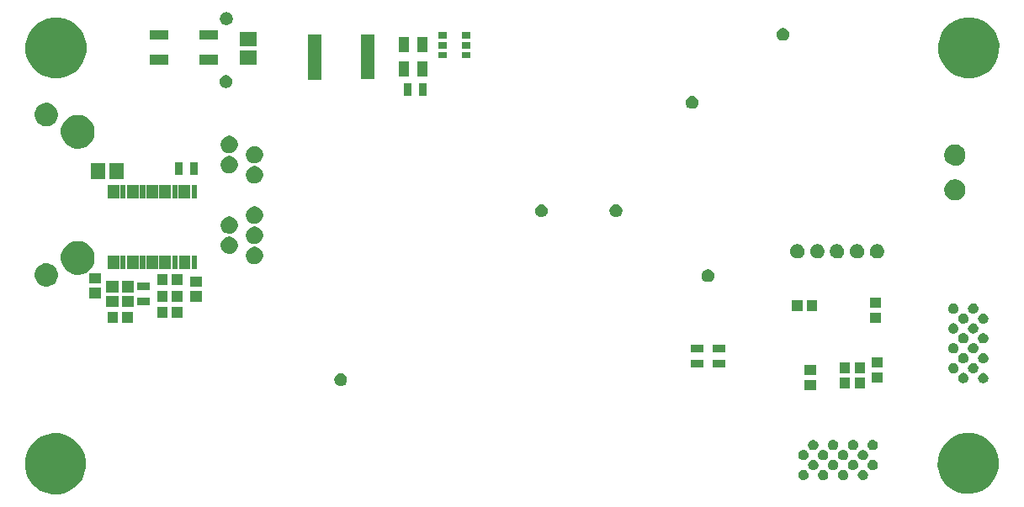
<source format=gbs>
%FSLAX46Y46*%
G04 Gerber Fmt 4.6, Leading zero omitted, Abs format (unit mm)*
G04 Created by KiCad (PCBNEW (2014-08-12 BZR 5067)-product) date Tue 26 Aug 2014 12:58:06 PM EDT*
%MOMM*%
G01*
G04 APERTURE LIST*
%ADD10C,0.100000*%
G04 APERTURE END LIST*
D10*
G36*
X82100584Y-41367911D02*
X82096995Y-41624963D01*
X82045370Y-41852189D01*
X81952614Y-42060524D01*
X81820444Y-42247886D01*
X81652601Y-42407722D01*
X81462138Y-42528593D01*
X81242568Y-42613759D01*
X81242567Y-42613759D01*
X81024047Y-42652289D01*
X80788592Y-42647357D01*
X80568276Y-42598918D01*
X80355887Y-42506128D01*
X80167607Y-42375269D01*
X80009191Y-42211224D01*
X79882963Y-42015357D01*
X79800375Y-41806765D01*
X79757861Y-41575125D01*
X79760977Y-41352032D01*
X79809683Y-41122886D01*
X79899034Y-40914416D01*
X80029274Y-40724204D01*
X80193984Y-40562909D01*
X80383772Y-40438714D01*
X80600978Y-40350958D01*
X80820138Y-40309150D01*
X81055648Y-40310795D01*
X81275407Y-40355905D01*
X81490217Y-40446203D01*
X81679280Y-40573728D01*
X81840846Y-40736425D01*
X81969106Y-40929472D01*
X82055067Y-41138028D01*
X82100584Y-41367911D01*
X82100584Y-41367911D01*
G37*
G36*
X82100584Y-57497911D02*
X82096995Y-57754963D01*
X82045370Y-57982189D01*
X81952614Y-58190524D01*
X81820444Y-58377886D01*
X81652601Y-58537722D01*
X81462138Y-58658593D01*
X81242568Y-58743759D01*
X81242567Y-58743759D01*
X81024047Y-58782289D01*
X80788592Y-58777357D01*
X80568276Y-58728918D01*
X80355887Y-58636128D01*
X80167607Y-58505269D01*
X80009191Y-58341224D01*
X79882963Y-58145357D01*
X79800375Y-57936765D01*
X79757861Y-57705125D01*
X79760977Y-57482032D01*
X79809683Y-57252886D01*
X79899034Y-57044416D01*
X80029274Y-56854204D01*
X80193984Y-56692909D01*
X80383772Y-56568714D01*
X80600978Y-56480958D01*
X80820138Y-56439150D01*
X81055648Y-56440795D01*
X81275407Y-56485905D01*
X81490217Y-56576203D01*
X81679280Y-56703728D01*
X81840846Y-56866425D01*
X81969106Y-57059472D01*
X82055067Y-57268028D01*
X82100584Y-57497911D01*
X82100584Y-57497911D01*
G37*
G36*
X84920665Y-76351606D02*
X84911134Y-77034249D01*
X84776957Y-77624824D01*
X84532648Y-78173554D01*
X84185693Y-78665392D01*
X83748018Y-79082186D01*
X83242950Y-79402711D01*
X82675987Y-79622622D01*
X82675986Y-79622622D01*
X82090519Y-79725855D01*
X81482536Y-79713120D01*
X80898303Y-79584668D01*
X80344469Y-79342705D01*
X79850221Y-78999193D01*
X79432969Y-78567115D01*
X79104895Y-78058045D01*
X78885141Y-77503010D01*
X78775364Y-76904882D01*
X78783682Y-76309216D01*
X78909858Y-75715603D01*
X79145995Y-75164655D01*
X79486747Y-74666998D01*
X79917676Y-74245003D01*
X80419250Y-73916781D01*
X80981933Y-73689443D01*
X81567103Y-73577815D01*
X82175212Y-73582060D01*
X82759971Y-73702095D01*
X83318276Y-73936784D01*
X83816245Y-74272669D01*
X84240364Y-74699759D01*
X84574823Y-75203161D01*
X84802775Y-75756211D01*
X84920665Y-76351606D01*
X84920665Y-76351606D01*
G37*
G36*
X84970665Y-34451606D02*
X84961134Y-35134249D01*
X84826957Y-35724824D01*
X84582648Y-36273554D01*
X84235693Y-36765392D01*
X83798018Y-37182186D01*
X83292950Y-37502711D01*
X82725987Y-37722622D01*
X82725986Y-37722622D01*
X82140519Y-37825855D01*
X81532536Y-37813120D01*
X80948303Y-37684668D01*
X80394469Y-37442705D01*
X79900221Y-37099193D01*
X79482969Y-36667115D01*
X79154895Y-36158045D01*
X78935141Y-35603010D01*
X78825364Y-35004882D01*
X78833682Y-34409216D01*
X78959858Y-33815603D01*
X79195995Y-33264655D01*
X79536747Y-32766998D01*
X79967676Y-32345003D01*
X80469250Y-32016781D01*
X81031933Y-31789443D01*
X81617103Y-31677815D01*
X82225212Y-31682060D01*
X82809971Y-31802095D01*
X83368276Y-32036784D01*
X83866245Y-32372669D01*
X84290364Y-32799759D01*
X84624823Y-33303161D01*
X84852775Y-33856211D01*
X84970665Y-34451606D01*
X84970665Y-34451606D01*
G37*
G36*
X85795607Y-43036432D02*
X85790376Y-43411082D01*
X85715940Y-43738707D01*
X85581308Y-44041098D01*
X85389789Y-44312592D01*
X85147387Y-44543429D01*
X84869994Y-44719467D01*
X84554434Y-44841866D01*
X84554433Y-44841866D01*
X84234519Y-44898274D01*
X83896129Y-44891186D01*
X83575257Y-44820638D01*
X83268522Y-44686629D01*
X82995698Y-44497011D01*
X82765761Y-44258904D01*
X82583760Y-43976494D01*
X82463271Y-43672174D01*
X82402172Y-43339268D01*
X82406725Y-43013228D01*
X82476836Y-42683374D01*
X82606747Y-42380271D01*
X82795155Y-42105108D01*
X83033425Y-41871777D01*
X83309365Y-41691207D01*
X83622031Y-41564882D01*
X83942326Y-41503781D01*
X84280790Y-41506145D01*
X84601405Y-41571958D01*
X84911128Y-41702153D01*
X85185547Y-41887251D01*
X85419660Y-42123004D01*
X85604896Y-42401807D01*
X85730091Y-42705552D01*
X85795607Y-43036432D01*
X85795607Y-43036432D01*
G37*
G36*
X85795607Y-55736432D02*
X85790376Y-56111082D01*
X85715940Y-56438707D01*
X85581308Y-56741098D01*
X85389789Y-57012592D01*
X85147387Y-57243429D01*
X84869994Y-57419467D01*
X84554434Y-57541866D01*
X84554433Y-57541866D01*
X84234519Y-57598274D01*
X83896129Y-57591186D01*
X83575257Y-57520638D01*
X83268522Y-57386629D01*
X82995698Y-57197011D01*
X82765761Y-56958904D01*
X82583760Y-56676494D01*
X82463271Y-56372174D01*
X82402172Y-56039268D01*
X82406725Y-55713228D01*
X82476836Y-55383374D01*
X82606747Y-55080271D01*
X82795155Y-54805108D01*
X83033425Y-54571777D01*
X83309365Y-54391207D01*
X83622031Y-54264882D01*
X83942326Y-54203781D01*
X84280790Y-54206145D01*
X84601405Y-54271958D01*
X84911128Y-54402153D01*
X85185547Y-54587251D01*
X85419660Y-54823004D01*
X85604896Y-55101807D01*
X85730091Y-55405552D01*
X85795607Y-55736432D01*
X85795607Y-55736432D01*
G37*
G36*
X86421139Y-58467740D02*
X86420380Y-58467740D01*
X85279620Y-58467740D01*
X85278860Y-58467740D01*
X85278860Y-57428580D01*
X85279620Y-57428580D01*
X86420380Y-57428580D01*
X86421139Y-57428580D01*
X86421139Y-58467740D01*
X86421139Y-58467740D01*
G37*
G36*
X86421139Y-59971420D02*
X86420380Y-59971420D01*
X85279620Y-59971420D01*
X85278860Y-59971420D01*
X85278860Y-58932260D01*
X85279620Y-58932260D01*
X86420380Y-58932260D01*
X86421139Y-58932260D01*
X86421139Y-59971420D01*
X86421139Y-59971420D01*
G37*
G36*
X86818499Y-47969300D02*
X86817740Y-47969300D01*
X85377260Y-47969300D01*
X85376500Y-47969300D01*
X85376500Y-46330700D01*
X85377260Y-46330700D01*
X86817740Y-46330700D01*
X86818499Y-46330700D01*
X86818499Y-47969300D01*
X86818499Y-47969300D01*
G37*
G36*
X88118499Y-62470380D02*
X88117740Y-62470380D01*
X87078580Y-62470380D01*
X87077820Y-62470380D01*
X87077820Y-61329620D01*
X87078580Y-61329620D01*
X88117740Y-61329620D01*
X88118499Y-61329620D01*
X88118499Y-62470380D01*
X88118499Y-62470380D01*
G37*
G36*
X88170759Y-59370000D02*
X88170000Y-59370000D01*
X86930000Y-59370000D01*
X86929240Y-59370000D01*
X86929240Y-58230000D01*
X86930000Y-58230000D01*
X88170000Y-58230000D01*
X88170759Y-58230000D01*
X88170759Y-59370000D01*
X88170759Y-59370000D01*
G37*
G36*
X88170759Y-60870000D02*
X88170000Y-60870000D01*
X86930000Y-60870000D01*
X86929240Y-60870000D01*
X86929240Y-59730000D01*
X86930000Y-59730000D01*
X88170000Y-59730000D01*
X88170759Y-59730000D01*
X88170759Y-60870000D01*
X88170759Y-60870000D01*
G37*
G36*
X88267959Y-49949000D02*
X88267200Y-49949000D01*
X87720800Y-49949000D01*
X87682199Y-49949000D01*
X87670799Y-49949000D01*
X87632200Y-49949000D01*
X87085800Y-49949000D01*
X87085040Y-49949000D01*
X87085040Y-48539000D01*
X87085800Y-48539000D01*
X87632200Y-48539000D01*
X87670800Y-48539000D01*
X87682200Y-48539000D01*
X87720800Y-48539000D01*
X88267200Y-48539000D01*
X88267959Y-48539000D01*
X88267959Y-49949000D01*
X88267959Y-49949000D01*
G37*
G36*
X88267959Y-57061000D02*
X88267200Y-57061000D01*
X87720800Y-57061000D01*
X87682199Y-57061000D01*
X87670799Y-57061000D01*
X87632200Y-57061000D01*
X87085800Y-57061000D01*
X87085040Y-57061000D01*
X87085040Y-55651000D01*
X87085800Y-55651000D01*
X87632200Y-55651000D01*
X87670800Y-55651000D01*
X87682200Y-55651000D01*
X87720800Y-55651000D01*
X88267200Y-55651000D01*
X88267959Y-55651000D01*
X88267959Y-57061000D01*
X88267959Y-57061000D01*
G37*
G36*
X88723499Y-47969300D02*
X88722740Y-47969300D01*
X87282260Y-47969300D01*
X87281500Y-47969300D01*
X87281500Y-46330700D01*
X87282260Y-46330700D01*
X88722740Y-46330700D01*
X88723499Y-46330700D01*
X88723499Y-47969300D01*
X88723499Y-47969300D01*
G37*
G36*
X88928359Y-49949000D02*
X88927600Y-49949000D01*
X88381200Y-49949000D01*
X88380440Y-49949000D01*
X88380440Y-48539000D01*
X88381200Y-48539000D01*
X88927600Y-48539000D01*
X88928359Y-48539000D01*
X88928359Y-49949000D01*
X88928359Y-49949000D01*
G37*
G36*
X88928359Y-57061000D02*
X88927600Y-57061000D01*
X88381200Y-57061000D01*
X88380440Y-57061000D01*
X88380440Y-55651000D01*
X88381200Y-55651000D01*
X88927600Y-55651000D01*
X88928359Y-55651000D01*
X88928359Y-57061000D01*
X88928359Y-57061000D01*
G37*
G36*
X89622179Y-62470380D02*
X89621420Y-62470380D01*
X88582260Y-62470380D01*
X88581500Y-62470380D01*
X88581500Y-61329620D01*
X88582260Y-61329620D01*
X89621420Y-61329620D01*
X89622179Y-61329620D01*
X89622179Y-62470380D01*
X89622179Y-62470380D01*
G37*
G36*
X89770759Y-59370000D02*
X89770000Y-59370000D01*
X88530000Y-59370000D01*
X88529240Y-59370000D01*
X88529240Y-58230000D01*
X88530000Y-58230000D01*
X89770000Y-58230000D01*
X89770759Y-58230000D01*
X89770759Y-59370000D01*
X89770759Y-59370000D01*
G37*
G36*
X89770759Y-60870000D02*
X89770000Y-60870000D01*
X88530000Y-60870000D01*
X88529240Y-60870000D01*
X88529240Y-59730000D01*
X88530000Y-59730000D01*
X89770000Y-59730000D01*
X89770759Y-59730000D01*
X89770759Y-60870000D01*
X89770759Y-60870000D01*
G37*
G36*
X90223759Y-49949000D02*
X90223000Y-49949000D01*
X89676600Y-49949000D01*
X89637999Y-49949000D01*
X89626599Y-49949000D01*
X89588000Y-49949000D01*
X89041600Y-49949000D01*
X89040840Y-49949000D01*
X89040840Y-48539000D01*
X89041600Y-48539000D01*
X89588000Y-48539000D01*
X89626600Y-48539000D01*
X89638000Y-48539000D01*
X89676600Y-48539000D01*
X90223000Y-48539000D01*
X90223759Y-48539000D01*
X90223759Y-49949000D01*
X90223759Y-49949000D01*
G37*
G36*
X90223759Y-57061000D02*
X90223000Y-57061000D01*
X89676600Y-57061000D01*
X89637999Y-57061000D01*
X89626599Y-57061000D01*
X89588000Y-57061000D01*
X89041600Y-57061000D01*
X89040840Y-57061000D01*
X89040840Y-55651000D01*
X89041600Y-55651000D01*
X89588000Y-55651000D01*
X89626600Y-55651000D01*
X89638000Y-55651000D01*
X89676600Y-55651000D01*
X90223000Y-55651000D01*
X90223759Y-55651000D01*
X90223759Y-57061000D01*
X90223759Y-57061000D01*
G37*
G36*
X90884159Y-49949000D02*
X90883400Y-49949000D01*
X90337000Y-49949000D01*
X90336240Y-49949000D01*
X90336240Y-48539000D01*
X90337000Y-48539000D01*
X90883400Y-48539000D01*
X90884159Y-48539000D01*
X90884159Y-49949000D01*
X90884159Y-49949000D01*
G37*
G36*
X90884159Y-57061000D02*
X90883400Y-57061000D01*
X90337000Y-57061000D01*
X90336240Y-57061000D01*
X90336240Y-55651000D01*
X90337000Y-55651000D01*
X90883400Y-55651000D01*
X90884159Y-55651000D01*
X90884159Y-57061000D01*
X90884159Y-57061000D01*
G37*
G36*
X91342259Y-59175500D02*
X91341500Y-59175500D01*
X90058500Y-59175500D01*
X90057740Y-59175500D01*
X90057740Y-58400500D01*
X90058500Y-58400500D01*
X91341500Y-58400500D01*
X91342259Y-58400500D01*
X91342259Y-59175500D01*
X91342259Y-59175500D01*
G37*
G36*
X91342259Y-60699500D02*
X91341500Y-60699500D01*
X90058500Y-60699500D01*
X90057740Y-60699500D01*
X90057740Y-59924500D01*
X90058500Y-59924500D01*
X91341500Y-59924500D01*
X91342259Y-59924500D01*
X91342259Y-60699500D01*
X91342259Y-60699500D01*
G37*
G36*
X92179559Y-49949000D02*
X92178800Y-49949000D01*
X91632400Y-49949000D01*
X91593799Y-49949000D01*
X91582399Y-49949000D01*
X91543800Y-49949000D01*
X90997400Y-49949000D01*
X90996640Y-49949000D01*
X90996640Y-48539000D01*
X90997400Y-48539000D01*
X91543800Y-48539000D01*
X91582400Y-48539000D01*
X91593800Y-48539000D01*
X91632400Y-48539000D01*
X92178800Y-48539000D01*
X92179559Y-48539000D01*
X92179559Y-49949000D01*
X92179559Y-49949000D01*
G37*
G36*
X92179559Y-57061000D02*
X92178800Y-57061000D01*
X91632400Y-57061000D01*
X91593799Y-57061000D01*
X91582399Y-57061000D01*
X91543800Y-57061000D01*
X90997400Y-57061000D01*
X90996640Y-57061000D01*
X90996640Y-55651000D01*
X90997400Y-55651000D01*
X91543800Y-55651000D01*
X91582400Y-55651000D01*
X91593800Y-55651000D01*
X91632400Y-55651000D01*
X92178800Y-55651000D01*
X92179559Y-55651000D01*
X92179559Y-57061000D01*
X92179559Y-57061000D01*
G37*
G36*
X93118499Y-58670380D02*
X93117740Y-58670380D01*
X92078580Y-58670380D01*
X92077820Y-58670380D01*
X92077820Y-57529620D01*
X92078580Y-57529620D01*
X93117740Y-57529620D01*
X93118499Y-57529620D01*
X93118499Y-58670380D01*
X93118499Y-58670380D01*
G37*
G36*
X93118499Y-60370380D02*
X93117740Y-60370380D01*
X92078580Y-60370380D01*
X92077820Y-60370380D01*
X92077820Y-59229620D01*
X92078580Y-59229620D01*
X93117740Y-59229620D01*
X93118499Y-59229620D01*
X93118499Y-60370380D01*
X93118499Y-60370380D01*
G37*
G36*
X93118499Y-61970380D02*
X93117740Y-61970380D01*
X92078580Y-61970380D01*
X92077820Y-61970380D01*
X92077820Y-60829620D01*
X92078580Y-60829620D01*
X93117740Y-60829620D01*
X93118499Y-60829620D01*
X93118499Y-61970380D01*
X93118499Y-61970380D01*
G37*
G36*
X93170759Y-33920000D02*
X93170000Y-33920000D01*
X91330000Y-33920000D01*
X91329240Y-33920000D01*
X91329240Y-32980000D01*
X91330000Y-32980000D01*
X93170000Y-32980000D01*
X93170759Y-32980000D01*
X93170759Y-33920000D01*
X93170759Y-33920000D01*
G37*
G36*
X93170759Y-36420000D02*
X93170000Y-36420000D01*
X91330000Y-36420000D01*
X91329240Y-36420000D01*
X91329240Y-35480000D01*
X91330000Y-35480000D01*
X93170000Y-35480000D01*
X93170759Y-35480000D01*
X93170759Y-36420000D01*
X93170759Y-36420000D01*
G37*
G36*
X93474959Y-49949000D02*
X93474200Y-49949000D01*
X92927800Y-49949000D01*
X92889199Y-49949000D01*
X92877799Y-49949000D01*
X92839200Y-49949000D01*
X92292800Y-49949000D01*
X92292040Y-49949000D01*
X92292040Y-48539000D01*
X92292800Y-48539000D01*
X92839200Y-48539000D01*
X92877800Y-48539000D01*
X92889200Y-48539000D01*
X92927800Y-48539000D01*
X93474200Y-48539000D01*
X93474959Y-48539000D01*
X93474959Y-49949000D01*
X93474959Y-49949000D01*
G37*
G36*
X93474959Y-57061000D02*
X93474200Y-57061000D01*
X92927800Y-57061000D01*
X92889199Y-57061000D01*
X92877799Y-57061000D01*
X92839200Y-57061000D01*
X92292800Y-57061000D01*
X92292040Y-57061000D01*
X92292040Y-55651000D01*
X92292800Y-55651000D01*
X92839200Y-55651000D01*
X92877800Y-55651000D01*
X92889200Y-55651000D01*
X92927800Y-55651000D01*
X93474200Y-55651000D01*
X93474959Y-55651000D01*
X93474959Y-57061000D01*
X93474959Y-57061000D01*
G37*
G36*
X94135359Y-49949000D02*
X94134600Y-49949000D01*
X93588200Y-49949000D01*
X93587440Y-49949000D01*
X93587440Y-48539000D01*
X93588200Y-48539000D01*
X94134600Y-48539000D01*
X94135359Y-48539000D01*
X94135359Y-49949000D01*
X94135359Y-49949000D01*
G37*
G36*
X94135359Y-57061000D02*
X94134600Y-57061000D01*
X93588200Y-57061000D01*
X93587440Y-57061000D01*
X93587440Y-55651000D01*
X93588200Y-55651000D01*
X94134600Y-55651000D01*
X94135359Y-55651000D01*
X94135359Y-57061000D01*
X94135359Y-57061000D01*
G37*
G36*
X94622179Y-58670380D02*
X94621420Y-58670380D01*
X93582260Y-58670380D01*
X93581500Y-58670380D01*
X93581500Y-57529620D01*
X93582260Y-57529620D01*
X94621420Y-57529620D01*
X94622179Y-57529620D01*
X94622179Y-58670380D01*
X94622179Y-58670380D01*
G37*
G36*
X94622179Y-60370380D02*
X94621420Y-60370380D01*
X93582260Y-60370380D01*
X93581500Y-60370380D01*
X93581500Y-59229620D01*
X93582260Y-59229620D01*
X94621420Y-59229620D01*
X94622179Y-59229620D01*
X94622179Y-60370380D01*
X94622179Y-60370380D01*
G37*
G36*
X94622179Y-61970380D02*
X94621420Y-61970380D01*
X93582260Y-61970380D01*
X93581500Y-61970380D01*
X93581500Y-60829620D01*
X93582260Y-60829620D01*
X94621420Y-60829620D01*
X94622179Y-60829620D01*
X94622179Y-61970380D01*
X94622179Y-61970380D01*
G37*
G36*
X94676259Y-47541500D02*
X94675500Y-47541500D01*
X93900500Y-47541500D01*
X93899740Y-47541500D01*
X93899740Y-46258500D01*
X93900500Y-46258500D01*
X94675500Y-46258500D01*
X94676259Y-46258500D01*
X94676259Y-47541500D01*
X94676259Y-47541500D01*
G37*
G36*
X95430759Y-49949000D02*
X95430000Y-49949000D01*
X94883600Y-49949000D01*
X94844999Y-49949000D01*
X94833599Y-49949000D01*
X94795000Y-49949000D01*
X94248600Y-49949000D01*
X94247840Y-49949000D01*
X94247840Y-48539000D01*
X94248600Y-48539000D01*
X94795000Y-48539000D01*
X94833600Y-48539000D01*
X94845000Y-48539000D01*
X94883600Y-48539000D01*
X95430000Y-48539000D01*
X95430759Y-48539000D01*
X95430759Y-49949000D01*
X95430759Y-49949000D01*
G37*
G36*
X95430759Y-57061000D02*
X95430000Y-57061000D01*
X94883600Y-57061000D01*
X94870399Y-57061000D01*
X94833599Y-57061000D01*
X94820400Y-57061000D01*
X94274000Y-57061000D01*
X94273240Y-57061000D01*
X94273240Y-55651000D01*
X94274000Y-55651000D01*
X94820400Y-55651000D01*
X94833600Y-55651000D01*
X94870400Y-55651000D01*
X94883600Y-55651000D01*
X95430000Y-55651000D01*
X95430759Y-55651000D01*
X95430759Y-57061000D01*
X95430759Y-57061000D01*
G37*
G36*
X96091159Y-49949000D02*
X96090400Y-49949000D01*
X95544000Y-49949000D01*
X95543240Y-49949000D01*
X95543240Y-48539000D01*
X95544000Y-48539000D01*
X96090400Y-48539000D01*
X96091159Y-48539000D01*
X96091159Y-49949000D01*
X96091159Y-49949000D01*
G37*
G36*
X96091159Y-57061000D02*
X96090400Y-57061000D01*
X95544000Y-57061000D01*
X95543240Y-57061000D01*
X95543240Y-55651000D01*
X95544000Y-55651000D01*
X96090400Y-55651000D01*
X96091159Y-55651000D01*
X96091159Y-57061000D01*
X96091159Y-57061000D01*
G37*
G36*
X96200259Y-47541500D02*
X96199500Y-47541500D01*
X95424500Y-47541500D01*
X95423740Y-47541500D01*
X95423740Y-46258500D01*
X95424500Y-46258500D01*
X96199500Y-46258500D01*
X96200259Y-46258500D01*
X96200259Y-47541500D01*
X96200259Y-47541500D01*
G37*
G36*
X96561139Y-58807740D02*
X96560380Y-58807740D01*
X95419620Y-58807740D01*
X95418860Y-58807740D01*
X95418860Y-57768580D01*
X95419620Y-57768580D01*
X96560380Y-57768580D01*
X96561139Y-57768580D01*
X96561139Y-58807740D01*
X96561139Y-58807740D01*
G37*
G36*
X96561139Y-60311420D02*
X96560380Y-60311420D01*
X95419620Y-60311420D01*
X95418860Y-60311420D01*
X95418860Y-59272260D01*
X95419620Y-59272260D01*
X96560380Y-59272260D01*
X96561139Y-59272260D01*
X96561139Y-60311420D01*
X96561139Y-60311420D01*
G37*
G36*
X98170759Y-33920000D02*
X98170000Y-33920000D01*
X96330000Y-33920000D01*
X96329240Y-33920000D01*
X96329240Y-32980000D01*
X96330000Y-32980000D01*
X98170000Y-32980000D01*
X98170759Y-32980000D01*
X98170759Y-33920000D01*
X98170759Y-33920000D01*
G37*
G36*
X98170759Y-36420000D02*
X98170000Y-36420000D01*
X96330000Y-36420000D01*
X96329240Y-36420000D01*
X96329240Y-35480000D01*
X96330000Y-35480000D01*
X98170000Y-35480000D01*
X98170759Y-35480000D01*
X98170759Y-36420000D01*
X98170759Y-36420000D01*
G37*
G36*
X99642062Y-38089732D02*
X99640126Y-38228404D01*
X99611463Y-38354561D01*
X99560863Y-38468213D01*
X99488436Y-38570883D01*
X99395650Y-38659243D01*
X99292696Y-38724579D01*
X99169756Y-38772265D01*
X99169755Y-38772265D01*
X99053305Y-38792797D01*
X98921471Y-38790036D01*
X98802382Y-38763853D01*
X98684969Y-38712556D01*
X98581795Y-38640849D01*
X98495377Y-38551360D01*
X98425294Y-38442612D01*
X98380860Y-38330386D01*
X98357056Y-38200687D01*
X98358724Y-38081228D01*
X98385881Y-37953462D01*
X98434403Y-37840254D01*
X98506087Y-37735561D01*
X98596746Y-37646782D01*
X98699809Y-37579339D01*
X98820917Y-37530409D01*
X98938269Y-37508022D01*
X99070136Y-37508942D01*
X99188370Y-37533213D01*
X99307634Y-37583347D01*
X99410772Y-37652914D01*
X99499306Y-37742068D01*
X99570211Y-37848789D01*
X99616676Y-37961520D01*
X99642062Y-38089732D01*
X99642062Y-38089732D01*
G37*
G36*
X99692062Y-31739732D02*
X99690126Y-31878404D01*
X99661463Y-32004561D01*
X99610863Y-32118213D01*
X99538436Y-32220883D01*
X99445650Y-32309243D01*
X99342696Y-32374579D01*
X99219756Y-32422265D01*
X99219755Y-32422265D01*
X99103305Y-32442797D01*
X98971471Y-32440036D01*
X98852382Y-32413853D01*
X98734969Y-32362556D01*
X98631795Y-32290849D01*
X98545377Y-32201360D01*
X98475294Y-32092612D01*
X98430860Y-31980386D01*
X98407056Y-31850687D01*
X98408724Y-31731228D01*
X98435881Y-31603462D01*
X98484403Y-31490254D01*
X98556087Y-31385561D01*
X98646746Y-31296782D01*
X98749809Y-31229339D01*
X98870917Y-31180409D01*
X98988269Y-31158022D01*
X99120136Y-31158942D01*
X99238370Y-31183213D01*
X99357634Y-31233347D01*
X99460772Y-31302914D01*
X99549306Y-31392068D01*
X99620211Y-31498789D01*
X99666676Y-31611520D01*
X99692062Y-31739732D01*
X99692062Y-31739732D01*
G37*
G36*
X100210571Y-44397326D02*
X100207920Y-44587181D01*
X100169329Y-44757036D01*
X100100503Y-44911624D01*
X100002246Y-45050911D01*
X99877009Y-45170174D01*
X99736220Y-45259521D01*
X99571501Y-45323412D01*
X99571500Y-45323412D01*
X99410920Y-45351725D01*
X99234285Y-45348026D01*
X99071430Y-45312220D01*
X98912954Y-45242984D01*
X98772984Y-45145702D01*
X98655437Y-45023978D01*
X98561079Y-44877564D01*
X98500150Y-44723673D01*
X98468256Y-44549900D01*
X98470550Y-44385634D01*
X98507024Y-44214036D01*
X98573198Y-44059641D01*
X98670199Y-43917973D01*
X98792874Y-43797842D01*
X98933434Y-43705862D01*
X99096090Y-43640145D01*
X99257459Y-43609362D01*
X99434136Y-43610595D01*
X99596266Y-43643876D01*
X99756839Y-43711375D01*
X99897127Y-43806000D01*
X100017237Y-43926951D01*
X100112940Y-44070996D01*
X100176481Y-44225157D01*
X100210571Y-44397326D01*
X100210571Y-44397326D01*
G37*
G36*
X100210571Y-46427326D02*
X100207920Y-46617181D01*
X100169329Y-46787036D01*
X100100503Y-46941624D01*
X100002246Y-47080911D01*
X99877009Y-47200174D01*
X99736220Y-47289521D01*
X99571501Y-47353412D01*
X99571500Y-47353412D01*
X99410920Y-47381725D01*
X99234285Y-47378026D01*
X99071430Y-47342220D01*
X98912954Y-47272984D01*
X98772984Y-47175702D01*
X98655437Y-47053978D01*
X98561079Y-46907564D01*
X98500150Y-46753673D01*
X98468256Y-46579900D01*
X98470550Y-46415634D01*
X98507024Y-46244036D01*
X98573198Y-46089641D01*
X98670199Y-45947973D01*
X98792874Y-45827842D01*
X98933434Y-45735862D01*
X99096090Y-45670145D01*
X99257459Y-45639362D01*
X99434136Y-45640595D01*
X99596266Y-45673876D01*
X99756839Y-45741375D01*
X99897127Y-45836000D01*
X100017237Y-45956951D01*
X100112940Y-46100996D01*
X100176481Y-46255157D01*
X100210571Y-46427326D01*
X100210571Y-46427326D01*
G37*
G36*
X100210571Y-52517326D02*
X100207920Y-52707181D01*
X100169329Y-52877036D01*
X100100503Y-53031624D01*
X100002246Y-53170911D01*
X99877009Y-53290174D01*
X99736220Y-53379521D01*
X99571501Y-53443412D01*
X99571500Y-53443412D01*
X99410920Y-53471725D01*
X99234285Y-53468026D01*
X99071430Y-53432220D01*
X98912954Y-53362984D01*
X98772984Y-53265702D01*
X98655437Y-53143978D01*
X98561079Y-52997564D01*
X98500150Y-52843673D01*
X98468256Y-52669900D01*
X98470550Y-52505634D01*
X98507024Y-52334036D01*
X98573198Y-52179641D01*
X98670199Y-52037973D01*
X98792874Y-51917842D01*
X98933434Y-51825862D01*
X99096090Y-51760145D01*
X99257459Y-51729362D01*
X99434136Y-51730595D01*
X99596266Y-51763876D01*
X99756839Y-51831375D01*
X99897127Y-51926000D01*
X100017237Y-52046951D01*
X100112940Y-52190996D01*
X100176481Y-52345157D01*
X100210571Y-52517326D01*
X100210571Y-52517326D01*
G37*
G36*
X100210571Y-54547326D02*
X100207920Y-54737181D01*
X100169329Y-54907036D01*
X100100503Y-55061624D01*
X100002246Y-55200911D01*
X99877009Y-55320174D01*
X99736220Y-55409521D01*
X99571501Y-55473412D01*
X99571500Y-55473412D01*
X99410920Y-55501725D01*
X99234285Y-55498026D01*
X99071430Y-55462220D01*
X98912954Y-55392984D01*
X98772984Y-55295702D01*
X98655437Y-55173978D01*
X98561079Y-55027564D01*
X98500150Y-54873673D01*
X98468256Y-54699900D01*
X98470550Y-54535634D01*
X98507024Y-54364036D01*
X98573198Y-54209641D01*
X98670199Y-54067973D01*
X98792874Y-53947842D01*
X98933434Y-53855862D01*
X99096090Y-53790145D01*
X99257459Y-53759362D01*
X99434136Y-53760595D01*
X99596266Y-53793876D01*
X99756839Y-53861375D01*
X99897127Y-53956000D01*
X100017237Y-54076951D01*
X100112940Y-54220996D01*
X100176481Y-54375157D01*
X100210571Y-54547326D01*
X100210571Y-54547326D01*
G37*
G36*
X102070059Y-34567740D02*
X102069300Y-34567740D01*
X100430700Y-34567740D01*
X100429940Y-34567740D01*
X100429940Y-33127260D01*
X100430700Y-33127260D01*
X102069300Y-33127260D01*
X102070059Y-33127260D01*
X102070059Y-34567740D01*
X102070059Y-34567740D01*
G37*
G36*
X102070059Y-36472740D02*
X102069300Y-36472740D01*
X100430700Y-36472740D01*
X100429940Y-36472740D01*
X100429940Y-35032260D01*
X100430700Y-35032260D01*
X102069300Y-35032260D01*
X102070059Y-35032260D01*
X102070059Y-36472740D01*
X102070059Y-36472740D01*
G37*
G36*
X102750571Y-45417326D02*
X102747920Y-45607181D01*
X102709329Y-45777036D01*
X102640503Y-45931624D01*
X102542246Y-46070911D01*
X102417009Y-46190174D01*
X102276220Y-46279521D01*
X102111501Y-46343412D01*
X102111500Y-46343412D01*
X101950920Y-46371725D01*
X101774285Y-46368026D01*
X101611430Y-46332220D01*
X101452954Y-46262984D01*
X101312984Y-46165702D01*
X101195437Y-46043978D01*
X101101079Y-45897564D01*
X101040150Y-45743673D01*
X101008256Y-45569900D01*
X101010550Y-45405634D01*
X101047024Y-45234036D01*
X101113198Y-45079641D01*
X101210199Y-44937973D01*
X101332874Y-44817842D01*
X101473434Y-44725862D01*
X101636090Y-44660145D01*
X101797459Y-44629362D01*
X101974136Y-44630595D01*
X102136266Y-44663876D01*
X102296839Y-44731375D01*
X102437127Y-44826000D01*
X102557237Y-44946951D01*
X102652940Y-45090996D01*
X102716481Y-45245157D01*
X102750571Y-45417326D01*
X102750571Y-45417326D01*
G37*
G36*
X102750571Y-47447326D02*
X102747920Y-47637181D01*
X102709329Y-47807036D01*
X102640503Y-47961624D01*
X102542246Y-48100911D01*
X102417009Y-48220174D01*
X102276220Y-48309521D01*
X102111501Y-48373412D01*
X102111500Y-48373412D01*
X101950920Y-48401725D01*
X101774285Y-48398026D01*
X101611430Y-48362220D01*
X101452954Y-48292984D01*
X101312984Y-48195702D01*
X101195437Y-48073978D01*
X101101079Y-47927564D01*
X101040150Y-47773673D01*
X101008256Y-47599900D01*
X101010550Y-47435634D01*
X101047024Y-47264036D01*
X101113198Y-47109641D01*
X101210199Y-46967973D01*
X101332874Y-46847842D01*
X101473434Y-46755862D01*
X101636090Y-46690145D01*
X101797459Y-46659362D01*
X101974136Y-46660595D01*
X102136266Y-46693876D01*
X102296839Y-46761375D01*
X102437127Y-46856000D01*
X102557237Y-46976951D01*
X102652940Y-47120996D01*
X102716481Y-47275157D01*
X102750571Y-47447326D01*
X102750571Y-47447326D01*
G37*
G36*
X102750571Y-51507326D02*
X102747920Y-51697181D01*
X102709329Y-51867036D01*
X102640503Y-52021624D01*
X102542246Y-52160911D01*
X102417009Y-52280174D01*
X102276220Y-52369521D01*
X102111501Y-52433412D01*
X102111500Y-52433412D01*
X101950920Y-52461725D01*
X101774285Y-52458026D01*
X101611430Y-52422220D01*
X101452954Y-52352984D01*
X101312984Y-52255702D01*
X101195437Y-52133978D01*
X101101079Y-51987564D01*
X101040150Y-51833673D01*
X101008256Y-51659900D01*
X101010550Y-51495634D01*
X101047024Y-51324036D01*
X101113198Y-51169641D01*
X101210199Y-51027973D01*
X101332874Y-50907842D01*
X101473434Y-50815862D01*
X101636090Y-50750145D01*
X101797459Y-50719362D01*
X101974136Y-50720595D01*
X102136266Y-50753876D01*
X102296839Y-50821375D01*
X102437127Y-50916000D01*
X102557237Y-51036951D01*
X102652940Y-51180996D01*
X102716481Y-51335157D01*
X102750571Y-51507326D01*
X102750571Y-51507326D01*
G37*
G36*
X102750571Y-53537326D02*
X102747920Y-53727181D01*
X102709329Y-53897036D01*
X102640503Y-54051624D01*
X102542246Y-54190911D01*
X102417009Y-54310174D01*
X102276220Y-54399521D01*
X102111501Y-54463412D01*
X102111500Y-54463412D01*
X101950920Y-54491725D01*
X101774285Y-54488026D01*
X101611430Y-54452220D01*
X101452954Y-54382984D01*
X101312984Y-54285702D01*
X101195437Y-54163978D01*
X101101079Y-54017564D01*
X101040150Y-53863673D01*
X101008256Y-53689900D01*
X101010550Y-53525634D01*
X101047024Y-53354036D01*
X101113198Y-53199641D01*
X101210199Y-53057973D01*
X101332874Y-52937842D01*
X101473434Y-52845862D01*
X101636090Y-52780145D01*
X101797459Y-52749362D01*
X101974136Y-52750595D01*
X102136266Y-52783876D01*
X102296839Y-52851375D01*
X102437127Y-52946000D01*
X102557237Y-53066951D01*
X102652940Y-53210996D01*
X102716481Y-53365157D01*
X102750571Y-53537326D01*
X102750571Y-53537326D01*
G37*
G36*
X102750571Y-55567326D02*
X102747920Y-55757181D01*
X102709329Y-55927036D01*
X102640503Y-56081624D01*
X102542246Y-56220911D01*
X102417009Y-56340174D01*
X102276220Y-56429521D01*
X102111501Y-56493412D01*
X102111500Y-56493412D01*
X101950920Y-56521725D01*
X101774285Y-56518026D01*
X101611430Y-56482220D01*
X101452954Y-56412984D01*
X101312984Y-56315702D01*
X101195437Y-56193978D01*
X101101079Y-56047564D01*
X101040150Y-55893673D01*
X101008256Y-55719900D01*
X101010550Y-55555634D01*
X101047024Y-55384036D01*
X101113198Y-55229641D01*
X101210199Y-55087973D01*
X101332874Y-54967842D01*
X101473434Y-54875862D01*
X101636090Y-54810145D01*
X101797459Y-54779362D01*
X101974136Y-54780595D01*
X102136266Y-54813876D01*
X102296839Y-54881375D01*
X102437127Y-54976000D01*
X102557237Y-55096951D01*
X102652940Y-55240996D01*
X102716481Y-55395157D01*
X102750571Y-55567326D01*
X102750571Y-55567326D01*
G37*
G36*
X108575259Y-37979550D02*
X108574500Y-37979550D01*
X107291500Y-37979550D01*
X107290740Y-37979550D01*
X107290740Y-37466804D01*
X107290740Y-37449439D01*
X107290740Y-37379132D01*
X107290740Y-37361767D01*
X107290740Y-36895376D01*
X107290740Y-36878011D01*
X107290740Y-36807704D01*
X107290740Y-36790339D01*
X107290740Y-36323948D01*
X107290740Y-36306583D01*
X107290740Y-36236276D01*
X107290740Y-36218911D01*
X107290740Y-35752520D01*
X107290740Y-35735155D01*
X107290740Y-35664848D01*
X107290740Y-35647483D01*
X107290740Y-35181092D01*
X107290740Y-35163727D01*
X107290740Y-35093420D01*
X107290740Y-35076055D01*
X107290740Y-34638232D01*
X107290740Y-34620867D01*
X107290740Y-34521992D01*
X107290740Y-34504627D01*
X107290740Y-34038232D01*
X107290740Y-34020867D01*
X107290740Y-33979132D01*
X107290740Y-33961767D01*
X107290740Y-33420450D01*
X107291500Y-33420450D01*
X108574500Y-33420450D01*
X108575259Y-33420450D01*
X108575259Y-33961767D01*
X108575259Y-33979132D01*
X108575259Y-34020867D01*
X108575259Y-34038232D01*
X108575259Y-34504627D01*
X108575259Y-34521992D01*
X108575259Y-34620867D01*
X108575259Y-34638232D01*
X108575259Y-35076055D01*
X108575259Y-35093420D01*
X108575259Y-35163727D01*
X108575259Y-35181092D01*
X108575259Y-35647483D01*
X108575259Y-35664848D01*
X108575259Y-35735155D01*
X108575259Y-35752520D01*
X108575259Y-36218911D01*
X108575259Y-36236276D01*
X108575259Y-36306583D01*
X108575259Y-36323948D01*
X108575259Y-36790339D01*
X108575259Y-36807704D01*
X108575259Y-36878011D01*
X108575259Y-36895376D01*
X108575259Y-37361767D01*
X108575259Y-37379132D01*
X108575259Y-37449439D01*
X108575259Y-37466804D01*
X108575259Y-37979550D01*
X108575259Y-37979550D01*
G37*
G36*
X111192062Y-68119732D02*
X111190126Y-68258404D01*
X111161463Y-68384561D01*
X111110863Y-68498213D01*
X111038436Y-68600883D01*
X110945650Y-68689243D01*
X110842696Y-68754579D01*
X110719756Y-68802265D01*
X110719755Y-68802265D01*
X110603305Y-68822797D01*
X110471471Y-68820036D01*
X110352382Y-68793853D01*
X110234969Y-68742556D01*
X110131795Y-68670849D01*
X110045377Y-68581360D01*
X109975294Y-68472612D01*
X109930860Y-68360386D01*
X109907056Y-68230687D01*
X109908724Y-68111228D01*
X109935881Y-67983462D01*
X109984403Y-67870254D01*
X110056087Y-67765561D01*
X110146746Y-67676782D01*
X110249809Y-67609339D01*
X110370917Y-67560409D01*
X110488269Y-67538022D01*
X110620136Y-67538942D01*
X110738370Y-67563213D01*
X110857634Y-67613347D01*
X110960772Y-67682914D01*
X111049306Y-67772068D01*
X111120211Y-67878789D01*
X111166676Y-67991520D01*
X111192062Y-68119732D01*
X111192062Y-68119732D01*
G37*
G36*
X113912259Y-37929550D02*
X113911500Y-37929550D01*
X112628500Y-37929550D01*
X112627740Y-37929550D01*
X112627740Y-37416804D01*
X112627740Y-37399439D01*
X112627740Y-37329132D01*
X112627740Y-37311767D01*
X112627740Y-36845376D01*
X112627740Y-36828011D01*
X112627740Y-36757704D01*
X112627740Y-36740339D01*
X112627740Y-36273948D01*
X112627740Y-36256583D01*
X112627740Y-36186276D01*
X112627740Y-36168911D01*
X112627740Y-35702520D01*
X112627740Y-35685155D01*
X112627740Y-35614848D01*
X112627740Y-35597483D01*
X112627740Y-35131092D01*
X112627740Y-35113727D01*
X112627740Y-35043420D01*
X112627740Y-35026055D01*
X112627740Y-34588232D01*
X112627740Y-34570867D01*
X112627740Y-34471992D01*
X112627740Y-34454627D01*
X112627740Y-33988232D01*
X112627740Y-33970867D01*
X112627740Y-33929132D01*
X112627740Y-33911767D01*
X112627740Y-33370450D01*
X112628500Y-33370450D01*
X113911500Y-33370450D01*
X113912259Y-33370450D01*
X113912259Y-33911767D01*
X113912259Y-33929132D01*
X113912259Y-33970867D01*
X113912259Y-33988232D01*
X113912259Y-34454627D01*
X113912259Y-34471992D01*
X113912259Y-34570867D01*
X113912259Y-34588232D01*
X113912259Y-35026055D01*
X113912259Y-35043420D01*
X113912259Y-35113727D01*
X113912259Y-35131092D01*
X113912259Y-35597483D01*
X113912259Y-35614848D01*
X113912259Y-35685155D01*
X113912259Y-35702520D01*
X113912259Y-36168911D01*
X113912259Y-36186276D01*
X113912259Y-36256583D01*
X113912259Y-36273948D01*
X113912259Y-36740339D01*
X113912259Y-36757704D01*
X113912259Y-36828011D01*
X113912259Y-36845376D01*
X113912259Y-37311767D01*
X113912259Y-37329132D01*
X113912259Y-37399439D01*
X113912259Y-37416804D01*
X113912259Y-37929550D01*
X113912259Y-37929550D01*
G37*
G36*
X117412759Y-35218500D02*
X117412000Y-35218500D01*
X116383000Y-35218500D01*
X116382240Y-35218500D01*
X116382240Y-33681500D01*
X116383000Y-33681500D01*
X117412000Y-33681500D01*
X117412759Y-33681500D01*
X117412759Y-35218500D01*
X117412759Y-35218500D01*
G37*
G36*
X117412759Y-37618500D02*
X117412000Y-37618500D01*
X116383000Y-37618500D01*
X116382240Y-37618500D01*
X116382240Y-36081500D01*
X116383000Y-36081500D01*
X117412000Y-36081500D01*
X117412759Y-36081500D01*
X117412759Y-37618500D01*
X117412759Y-37618500D01*
G37*
G36*
X117676259Y-39591500D02*
X117675500Y-39591500D01*
X116900500Y-39591500D01*
X116899740Y-39591500D01*
X116899740Y-38308500D01*
X116900500Y-38308500D01*
X117675500Y-38308500D01*
X117676259Y-38308500D01*
X117676259Y-39591500D01*
X117676259Y-39591500D01*
G37*
G36*
X119200259Y-39591500D02*
X119199500Y-39591500D01*
X118424500Y-39591500D01*
X118423740Y-39591500D01*
X118423740Y-38308500D01*
X118424500Y-38308500D01*
X119199500Y-38308500D01*
X119200259Y-38308500D01*
X119200259Y-39591500D01*
X119200259Y-39591500D01*
G37*
G36*
X119317759Y-35218500D02*
X119317000Y-35218500D01*
X118288000Y-35218500D01*
X118287240Y-35218500D01*
X118287240Y-33681500D01*
X118288000Y-33681500D01*
X119317000Y-33681500D01*
X119317759Y-33681500D01*
X119317759Y-35218500D01*
X119317759Y-35218500D01*
G37*
G36*
X119317759Y-37618500D02*
X119317000Y-37618500D01*
X118288000Y-37618500D01*
X118287240Y-37618500D01*
X118287240Y-36081500D01*
X118288000Y-36081500D01*
X119317000Y-36081500D01*
X119317759Y-36081500D01*
X119317759Y-37618500D01*
X119317759Y-37618500D01*
G37*
G36*
X121257759Y-33820000D02*
X121257000Y-33820000D01*
X120417000Y-33820000D01*
X120416240Y-33820000D01*
X120416240Y-33180000D01*
X120417000Y-33180000D01*
X121257000Y-33180000D01*
X121257759Y-33180000D01*
X121257759Y-33820000D01*
X121257759Y-33820000D01*
G37*
G36*
X121257759Y-34820000D02*
X121257000Y-34820000D01*
X120417000Y-34820000D01*
X120416240Y-34820000D01*
X120416240Y-34180000D01*
X120417000Y-34180000D01*
X121257000Y-34180000D01*
X121257759Y-34180000D01*
X121257759Y-34820000D01*
X121257759Y-34820000D01*
G37*
G36*
X121257759Y-35820000D02*
X121257000Y-35820000D01*
X120417000Y-35820000D01*
X120416240Y-35820000D01*
X120416240Y-35180000D01*
X120417000Y-35180000D01*
X121257000Y-35180000D01*
X121257759Y-35180000D01*
X121257759Y-35820000D01*
X121257759Y-35820000D01*
G37*
G36*
X123583759Y-33820000D02*
X123583000Y-33820000D01*
X122743000Y-33820000D01*
X122742240Y-33820000D01*
X122742240Y-33180000D01*
X122743000Y-33180000D01*
X123583000Y-33180000D01*
X123583759Y-33180000D01*
X123583759Y-33820000D01*
X123583759Y-33820000D01*
G37*
G36*
X123583759Y-34820000D02*
X123583000Y-34820000D01*
X122743000Y-34820000D01*
X122742240Y-34820000D01*
X122742240Y-34180000D01*
X122743000Y-34180000D01*
X123583000Y-34180000D01*
X123583759Y-34180000D01*
X123583759Y-34820000D01*
X123583759Y-34820000D01*
G37*
G36*
X123583759Y-35820000D02*
X123583000Y-35820000D01*
X122743000Y-35820000D01*
X122742240Y-35820000D01*
X122742240Y-35180000D01*
X122743000Y-35180000D01*
X123583000Y-35180000D01*
X123583759Y-35180000D01*
X123583759Y-35820000D01*
X123583759Y-35820000D01*
G37*
G36*
X131395562Y-51089389D02*
X131393615Y-51228845D01*
X131364800Y-51355672D01*
X131313921Y-51469950D01*
X131241098Y-51573181D01*
X131147815Y-51662015D01*
X131044283Y-51727718D01*
X130920702Y-51775652D01*
X130920700Y-51775652D01*
X130803574Y-51796304D01*
X130671055Y-51793528D01*
X130551295Y-51767198D01*
X130433253Y-51715626D01*
X130329516Y-51643527D01*
X130242620Y-51553544D01*
X130172166Y-51444219D01*
X130127479Y-51331354D01*
X130103551Y-51200982D01*
X130105229Y-51080836D01*
X130132529Y-50952398D01*
X130181321Y-50838560D01*
X130253393Y-50733300D01*
X130344542Y-50644041D01*
X130448179Y-50576222D01*
X130569924Y-50527035D01*
X130687951Y-50504519D01*
X130820505Y-50505445D01*
X130939410Y-50529853D01*
X131059306Y-50580253D01*
X131163013Y-50650204D01*
X131252032Y-50739846D01*
X131323316Y-50847137D01*
X131370043Y-50960504D01*
X131395562Y-51089389D01*
X131395562Y-51089389D01*
G37*
G36*
X138895562Y-51089389D02*
X138893615Y-51228845D01*
X138864800Y-51355672D01*
X138813921Y-51469950D01*
X138741098Y-51573181D01*
X138647815Y-51662015D01*
X138544283Y-51727718D01*
X138420702Y-51775652D01*
X138420700Y-51775652D01*
X138303574Y-51796304D01*
X138171055Y-51793528D01*
X138051295Y-51767198D01*
X137933253Y-51715626D01*
X137829516Y-51643527D01*
X137742620Y-51553544D01*
X137672166Y-51444219D01*
X137627479Y-51331354D01*
X137603551Y-51200982D01*
X137605229Y-51080836D01*
X137632529Y-50952398D01*
X137681321Y-50838560D01*
X137753393Y-50733300D01*
X137844542Y-50644041D01*
X137948179Y-50576222D01*
X138069924Y-50527035D01*
X138187951Y-50504519D01*
X138320505Y-50505445D01*
X138439410Y-50529853D01*
X138559306Y-50580253D01*
X138663013Y-50650204D01*
X138752032Y-50739846D01*
X138823316Y-50847137D01*
X138870043Y-50960504D01*
X138895562Y-51089389D01*
X138895562Y-51089389D01*
G37*
G36*
X146542062Y-40189732D02*
X146540126Y-40328404D01*
X146511463Y-40454561D01*
X146460863Y-40568213D01*
X146388436Y-40670883D01*
X146295650Y-40759243D01*
X146192696Y-40824579D01*
X146069756Y-40872265D01*
X146069755Y-40872265D01*
X145953305Y-40892797D01*
X145821471Y-40890036D01*
X145702382Y-40863853D01*
X145584969Y-40812556D01*
X145481795Y-40740849D01*
X145395377Y-40651360D01*
X145325294Y-40542612D01*
X145280860Y-40430386D01*
X145257056Y-40300687D01*
X145258724Y-40181228D01*
X145285881Y-40053462D01*
X145334403Y-39940254D01*
X145406087Y-39835561D01*
X145496746Y-39746782D01*
X145599809Y-39679339D01*
X145720917Y-39630409D01*
X145838269Y-39608022D01*
X145970136Y-39608942D01*
X146088370Y-39633213D01*
X146207634Y-39683347D01*
X146310772Y-39752914D01*
X146399306Y-39842068D01*
X146470211Y-39948789D01*
X146516676Y-40061520D01*
X146542062Y-40189732D01*
X146542062Y-40189732D01*
G37*
G36*
X147092259Y-65425500D02*
X147091500Y-65425500D01*
X145808500Y-65425500D01*
X145807740Y-65425500D01*
X145807740Y-64650500D01*
X145808500Y-64650500D01*
X147091500Y-64650500D01*
X147092259Y-64650500D01*
X147092259Y-65425500D01*
X147092259Y-65425500D01*
G37*
G36*
X147092259Y-66949500D02*
X147091500Y-66949500D01*
X145808500Y-66949500D01*
X145807740Y-66949500D01*
X145807740Y-66174500D01*
X145808500Y-66174500D01*
X147091500Y-66174500D01*
X147092259Y-66174500D01*
X147092259Y-66949500D01*
X147092259Y-66949500D01*
G37*
G36*
X148142062Y-57639732D02*
X148140126Y-57778404D01*
X148111463Y-57904561D01*
X148060863Y-58018213D01*
X147988436Y-58120883D01*
X147895650Y-58209243D01*
X147792696Y-58274579D01*
X147669756Y-58322265D01*
X147669755Y-58322265D01*
X147553305Y-58342797D01*
X147421471Y-58340036D01*
X147302382Y-58313853D01*
X147184969Y-58262556D01*
X147081795Y-58190849D01*
X146995377Y-58101360D01*
X146925294Y-57992612D01*
X146880860Y-57880386D01*
X146857056Y-57750687D01*
X146858724Y-57631228D01*
X146885881Y-57503462D01*
X146934403Y-57390254D01*
X147006087Y-57285561D01*
X147096746Y-57196782D01*
X147199809Y-57129339D01*
X147320917Y-57080409D01*
X147438269Y-57058022D01*
X147570136Y-57058942D01*
X147688370Y-57083213D01*
X147807634Y-57133347D01*
X147910772Y-57202914D01*
X147999306Y-57292068D01*
X148070211Y-57398789D01*
X148116676Y-57511520D01*
X148142062Y-57639732D01*
X148142062Y-57639732D01*
G37*
G36*
X149242259Y-65425500D02*
X149241500Y-65425500D01*
X147958500Y-65425500D01*
X147957740Y-65425500D01*
X147957740Y-64650500D01*
X147958500Y-64650500D01*
X149241500Y-64650500D01*
X149242259Y-64650500D01*
X149242259Y-65425500D01*
X149242259Y-65425500D01*
G37*
G36*
X149242259Y-66949500D02*
X149241500Y-66949500D01*
X147958500Y-66949500D01*
X147957740Y-66949500D01*
X147957740Y-66174500D01*
X147958500Y-66174500D01*
X149241500Y-66174500D01*
X149242259Y-66174500D01*
X149242259Y-66949500D01*
X149242259Y-66949500D01*
G37*
G36*
X155692062Y-33339732D02*
X155690126Y-33478404D01*
X155661463Y-33604561D01*
X155610863Y-33718213D01*
X155538436Y-33820883D01*
X155445650Y-33909243D01*
X155342696Y-33974579D01*
X155219756Y-34022265D01*
X155219755Y-34022265D01*
X155103305Y-34042797D01*
X154971471Y-34040036D01*
X154852382Y-34013853D01*
X154734969Y-33962556D01*
X154631795Y-33890849D01*
X154545377Y-33801360D01*
X154475294Y-33692612D01*
X154430860Y-33580386D01*
X154407056Y-33450687D01*
X154408724Y-33331228D01*
X154435881Y-33203462D01*
X154484403Y-33090254D01*
X154556087Y-32985561D01*
X154646746Y-32896782D01*
X154749809Y-32829339D01*
X154870917Y-32780409D01*
X154988269Y-32758022D01*
X155120136Y-32758942D01*
X155238370Y-32783213D01*
X155357634Y-32833347D01*
X155460772Y-32902914D01*
X155549306Y-32992068D01*
X155620211Y-33098789D01*
X155666676Y-33211520D01*
X155692062Y-33339732D01*
X155692062Y-33339732D01*
G37*
G36*
X157018499Y-61270380D02*
X157017740Y-61270380D01*
X155978580Y-61270380D01*
X155977820Y-61270380D01*
X155977820Y-60129620D01*
X155978580Y-60129620D01*
X157017740Y-60129620D01*
X157018499Y-60129620D01*
X157018499Y-61270380D01*
X157018499Y-61270380D01*
G37*
G36*
X157220565Y-55182036D02*
X157218384Y-55338291D01*
X157186310Y-55479460D01*
X157129449Y-55607175D01*
X157048148Y-55722425D01*
X156944213Y-55821401D01*
X156828262Y-55894986D01*
X156690968Y-55948239D01*
X156690966Y-55948239D01*
X156559356Y-55971445D01*
X156412132Y-55968361D01*
X156278007Y-55938872D01*
X156146486Y-55881413D01*
X156030672Y-55800919D01*
X155933559Y-55700355D01*
X155855136Y-55578668D01*
X155805036Y-55452128D01*
X155778453Y-55307288D01*
X155780336Y-55172436D01*
X155810694Y-55029611D01*
X155865280Y-54902254D01*
X155945661Y-54784858D01*
X156047319Y-54685308D01*
X156163264Y-54609435D01*
X156298646Y-54554738D01*
X156431120Y-54529466D01*
X156578382Y-54530495D01*
X156711695Y-54557860D01*
X156845151Y-54613960D01*
X156961052Y-54692136D01*
X157060434Y-54792214D01*
X157139858Y-54911757D01*
X157192188Y-55038722D01*
X157220565Y-55182036D01*
X157220565Y-55182036D01*
G37*
G36*
X157620556Y-75701647D02*
X157619001Y-75813103D01*
X157595617Y-75916025D01*
X157554708Y-76007908D01*
X157496016Y-76091108D01*
X157420485Y-76163036D01*
X157337650Y-76215605D01*
X157236924Y-76254674D01*
X157236923Y-76254674D01*
X157143938Y-76271069D01*
X157035928Y-76268807D01*
X156940109Y-76247740D01*
X156844530Y-76205983D01*
X156760923Y-76147874D01*
X156691056Y-76075525D01*
X156633881Y-75986805D01*
X156598219Y-75896734D01*
X156578716Y-75790471D01*
X156580051Y-75694837D01*
X156602254Y-75590378D01*
X156641389Y-75499071D01*
X156699612Y-75414037D01*
X156773247Y-75341930D01*
X156856371Y-75287534D01*
X156955388Y-75247529D01*
X157049334Y-75229607D01*
X157157375Y-75230362D01*
X157252267Y-75249841D01*
X157349566Y-75290741D01*
X157432950Y-75346984D01*
X157504695Y-75419231D01*
X157562413Y-75506105D01*
X157599797Y-75596808D01*
X157620556Y-75701647D01*
X157620556Y-75701647D01*
G37*
G36*
X157620556Y-77701647D02*
X157619001Y-77813103D01*
X157595617Y-77916025D01*
X157554708Y-78007908D01*
X157496016Y-78091108D01*
X157420485Y-78163036D01*
X157337650Y-78215605D01*
X157236924Y-78254674D01*
X157236923Y-78254674D01*
X157143938Y-78271069D01*
X157035928Y-78268807D01*
X156940109Y-78247740D01*
X156844530Y-78205983D01*
X156760923Y-78147874D01*
X156691056Y-78075525D01*
X156633881Y-77986805D01*
X156598219Y-77896734D01*
X156578716Y-77790471D01*
X156580051Y-77694837D01*
X156602254Y-77590378D01*
X156641389Y-77499071D01*
X156699612Y-77414037D01*
X156773247Y-77341930D01*
X156856371Y-77287534D01*
X156955388Y-77247529D01*
X157049334Y-77229607D01*
X157157375Y-77230362D01*
X157252267Y-77249841D01*
X157349566Y-77290741D01*
X157432950Y-77346984D01*
X157504695Y-77419231D01*
X157562413Y-77506105D01*
X157599797Y-77596808D01*
X157620556Y-77701647D01*
X157620556Y-77701647D01*
G37*
G36*
X158371139Y-67717740D02*
X158370380Y-67717740D01*
X157229620Y-67717740D01*
X157228860Y-67717740D01*
X157228860Y-66678580D01*
X157229620Y-66678580D01*
X158370380Y-66678580D01*
X158371139Y-66678580D01*
X158371139Y-67717740D01*
X158371139Y-67717740D01*
G37*
G36*
X158371139Y-69221420D02*
X158370380Y-69221420D01*
X157229620Y-69221420D01*
X157228860Y-69221420D01*
X157228860Y-68182260D01*
X157229620Y-68182260D01*
X158370380Y-68182260D01*
X158371139Y-68182260D01*
X158371139Y-69221420D01*
X158371139Y-69221420D01*
G37*
G36*
X158522179Y-61270380D02*
X158521420Y-61270380D01*
X157482260Y-61270380D01*
X157481500Y-61270380D01*
X157481500Y-60129620D01*
X157482260Y-60129620D01*
X158521420Y-60129620D01*
X158522179Y-60129620D01*
X158522179Y-61270380D01*
X158522179Y-61270380D01*
G37*
G36*
X158620556Y-74701647D02*
X158619001Y-74813103D01*
X158595617Y-74916025D01*
X158554708Y-75007908D01*
X158496016Y-75091108D01*
X158420485Y-75163036D01*
X158337650Y-75215605D01*
X158236924Y-75254674D01*
X158236923Y-75254674D01*
X158143938Y-75271069D01*
X158035928Y-75268807D01*
X157940109Y-75247740D01*
X157844530Y-75205983D01*
X157760923Y-75147874D01*
X157691056Y-75075525D01*
X157633881Y-74986805D01*
X157598219Y-74896734D01*
X157578716Y-74790471D01*
X157580051Y-74694837D01*
X157602254Y-74590378D01*
X157641389Y-74499071D01*
X157699612Y-74414037D01*
X157773247Y-74341930D01*
X157856371Y-74287534D01*
X157955388Y-74247529D01*
X158049334Y-74229607D01*
X158157375Y-74230362D01*
X158252267Y-74249841D01*
X158349566Y-74290741D01*
X158432950Y-74346984D01*
X158504695Y-74419231D01*
X158562413Y-74506105D01*
X158599797Y-74596808D01*
X158620556Y-74701647D01*
X158620556Y-74701647D01*
G37*
G36*
X158620556Y-76701647D02*
X158619001Y-76813103D01*
X158595617Y-76916025D01*
X158554708Y-77007908D01*
X158496016Y-77091108D01*
X158420485Y-77163036D01*
X158337650Y-77215605D01*
X158236924Y-77254674D01*
X158236923Y-77254674D01*
X158143938Y-77271069D01*
X158035928Y-77268807D01*
X157940109Y-77247740D01*
X157844530Y-77205983D01*
X157760923Y-77147874D01*
X157691056Y-77075525D01*
X157633881Y-76986805D01*
X157598219Y-76896734D01*
X157578716Y-76790471D01*
X157580051Y-76694837D01*
X157602254Y-76590378D01*
X157641389Y-76499071D01*
X157699612Y-76414037D01*
X157773247Y-76341930D01*
X157856371Y-76287534D01*
X157955388Y-76247529D01*
X158049334Y-76229607D01*
X158157375Y-76230362D01*
X158252267Y-76249841D01*
X158349566Y-76290741D01*
X158432950Y-76346984D01*
X158504695Y-76419231D01*
X158562413Y-76506105D01*
X158599797Y-76596808D01*
X158620556Y-76701647D01*
X158620556Y-76701647D01*
G37*
G36*
X159220565Y-55182036D02*
X159218384Y-55338291D01*
X159186310Y-55479460D01*
X159129449Y-55607175D01*
X159048148Y-55722425D01*
X158944213Y-55821401D01*
X158828262Y-55894986D01*
X158690968Y-55948239D01*
X158690966Y-55948239D01*
X158559356Y-55971445D01*
X158412132Y-55968361D01*
X158278007Y-55938872D01*
X158146486Y-55881413D01*
X158030672Y-55800919D01*
X157933559Y-55700355D01*
X157855136Y-55578668D01*
X157805036Y-55452128D01*
X157778453Y-55307288D01*
X157780336Y-55172436D01*
X157810694Y-55029611D01*
X157865280Y-54902254D01*
X157945661Y-54784858D01*
X158047319Y-54685308D01*
X158163264Y-54609435D01*
X158298646Y-54554738D01*
X158431120Y-54529466D01*
X158578382Y-54530495D01*
X158711695Y-54557860D01*
X158845151Y-54613960D01*
X158961052Y-54692136D01*
X159060434Y-54792214D01*
X159139858Y-54911757D01*
X159192188Y-55038722D01*
X159220565Y-55182036D01*
X159220565Y-55182036D01*
G37*
G36*
X159620556Y-75701647D02*
X159619001Y-75813103D01*
X159595617Y-75916025D01*
X159554708Y-76007908D01*
X159496016Y-76091108D01*
X159420485Y-76163036D01*
X159337650Y-76215605D01*
X159236924Y-76254674D01*
X159236923Y-76254674D01*
X159143938Y-76271069D01*
X159035928Y-76268807D01*
X158940109Y-76247740D01*
X158844530Y-76205983D01*
X158760923Y-76147874D01*
X158691056Y-76075525D01*
X158633881Y-75986805D01*
X158598219Y-75896734D01*
X158578716Y-75790471D01*
X158580051Y-75694837D01*
X158602254Y-75590378D01*
X158641389Y-75499071D01*
X158699612Y-75414037D01*
X158773247Y-75341930D01*
X158856371Y-75287534D01*
X158955388Y-75247529D01*
X159049334Y-75229607D01*
X159157375Y-75230362D01*
X159252267Y-75249841D01*
X159349566Y-75290741D01*
X159432950Y-75346984D01*
X159504695Y-75419231D01*
X159562413Y-75506105D01*
X159599797Y-75596808D01*
X159620556Y-75701647D01*
X159620556Y-75701647D01*
G37*
G36*
X159620556Y-77701647D02*
X159619001Y-77813103D01*
X159595617Y-77916025D01*
X159554708Y-78007908D01*
X159496016Y-78091108D01*
X159420485Y-78163036D01*
X159337650Y-78215605D01*
X159236924Y-78254674D01*
X159236923Y-78254674D01*
X159143938Y-78271069D01*
X159035928Y-78268807D01*
X158940109Y-78247740D01*
X158844530Y-78205983D01*
X158760923Y-78147874D01*
X158691056Y-78075525D01*
X158633881Y-77986805D01*
X158598219Y-77896734D01*
X158578716Y-77790471D01*
X158580051Y-77694837D01*
X158602254Y-77590378D01*
X158641389Y-77499071D01*
X158699612Y-77414037D01*
X158773247Y-77341930D01*
X158856371Y-77287534D01*
X158955388Y-77247529D01*
X159049334Y-77229607D01*
X159157375Y-77230362D01*
X159252267Y-77249841D01*
X159349566Y-77290741D01*
X159432950Y-77346984D01*
X159504695Y-77419231D01*
X159562413Y-77506105D01*
X159599797Y-77596808D01*
X159620556Y-77701647D01*
X159620556Y-77701647D01*
G37*
G36*
X160620556Y-74701647D02*
X160619001Y-74813103D01*
X160595617Y-74916025D01*
X160554708Y-75007908D01*
X160496016Y-75091108D01*
X160420485Y-75163036D01*
X160337650Y-75215605D01*
X160236924Y-75254674D01*
X160236923Y-75254674D01*
X160143938Y-75271069D01*
X160035928Y-75268807D01*
X159940109Y-75247740D01*
X159844530Y-75205983D01*
X159760923Y-75147874D01*
X159691056Y-75075525D01*
X159633881Y-74986805D01*
X159598219Y-74896734D01*
X159578716Y-74790471D01*
X159580051Y-74694837D01*
X159602254Y-74590378D01*
X159641389Y-74499071D01*
X159699612Y-74414037D01*
X159773247Y-74341930D01*
X159856371Y-74287534D01*
X159955388Y-74247529D01*
X160049334Y-74229607D01*
X160157375Y-74230362D01*
X160252267Y-74249841D01*
X160349566Y-74290741D01*
X160432950Y-74346984D01*
X160504695Y-74419231D01*
X160562413Y-74506105D01*
X160599797Y-74596808D01*
X160620556Y-74701647D01*
X160620556Y-74701647D01*
G37*
G36*
X160620556Y-76701647D02*
X160619001Y-76813103D01*
X160595617Y-76916025D01*
X160554708Y-77007908D01*
X160496016Y-77091108D01*
X160420485Y-77163036D01*
X160337650Y-77215605D01*
X160236924Y-77254674D01*
X160236923Y-77254674D01*
X160143938Y-77271069D01*
X160035928Y-77268807D01*
X159940109Y-77247740D01*
X159844530Y-77205983D01*
X159760923Y-77147874D01*
X159691056Y-77075525D01*
X159633881Y-76986805D01*
X159598219Y-76896734D01*
X159578716Y-76790471D01*
X159580051Y-76694837D01*
X159602254Y-76590378D01*
X159641389Y-76499071D01*
X159699612Y-76414037D01*
X159773247Y-76341930D01*
X159856371Y-76287534D01*
X159955388Y-76247529D01*
X160049334Y-76229607D01*
X160157375Y-76230362D01*
X160252267Y-76249841D01*
X160349566Y-76290741D01*
X160432950Y-76346984D01*
X160504695Y-76419231D01*
X160562413Y-76506105D01*
X160599797Y-76596808D01*
X160620556Y-76701647D01*
X160620556Y-76701647D01*
G37*
G36*
X161220565Y-55182036D02*
X161218384Y-55338291D01*
X161186310Y-55479460D01*
X161129449Y-55607175D01*
X161048148Y-55722425D01*
X160944213Y-55821401D01*
X160828262Y-55894986D01*
X160690968Y-55948239D01*
X160690966Y-55948239D01*
X160559356Y-55971445D01*
X160412132Y-55968361D01*
X160278007Y-55938872D01*
X160146486Y-55881413D01*
X160030672Y-55800919D01*
X159933559Y-55700355D01*
X159855136Y-55578668D01*
X159805036Y-55452128D01*
X159778453Y-55307288D01*
X159780336Y-55172436D01*
X159810694Y-55029611D01*
X159865280Y-54902254D01*
X159945661Y-54784858D01*
X160047319Y-54685308D01*
X160163264Y-54609435D01*
X160298646Y-54554738D01*
X160431120Y-54529466D01*
X160578382Y-54530495D01*
X160711695Y-54557860D01*
X160845151Y-54613960D01*
X160961052Y-54692136D01*
X161060434Y-54792214D01*
X161139858Y-54911757D01*
X161192188Y-55038722D01*
X161220565Y-55182036D01*
X161220565Y-55182036D01*
G37*
G36*
X161620556Y-75701647D02*
X161619001Y-75813103D01*
X161595617Y-75916025D01*
X161554708Y-76007908D01*
X161496016Y-76091108D01*
X161420485Y-76163036D01*
X161337650Y-76215605D01*
X161236924Y-76254674D01*
X161236923Y-76254674D01*
X161143938Y-76271069D01*
X161035928Y-76268807D01*
X160940109Y-76247740D01*
X160844530Y-76205983D01*
X160760923Y-76147874D01*
X160691056Y-76075525D01*
X160633881Y-75986805D01*
X160598219Y-75896734D01*
X160578716Y-75790471D01*
X160580051Y-75694837D01*
X160602254Y-75590378D01*
X160641389Y-75499071D01*
X160699612Y-75414037D01*
X160773247Y-75341930D01*
X160856371Y-75287534D01*
X160955388Y-75247529D01*
X161049334Y-75229607D01*
X161157375Y-75230362D01*
X161252267Y-75249841D01*
X161349566Y-75290741D01*
X161432950Y-75346984D01*
X161504695Y-75419231D01*
X161562413Y-75506105D01*
X161599797Y-75596808D01*
X161620556Y-75701647D01*
X161620556Y-75701647D01*
G37*
G36*
X161620556Y-77701647D02*
X161619001Y-77813103D01*
X161595617Y-77916025D01*
X161554708Y-78007908D01*
X161496016Y-78091108D01*
X161420485Y-78163036D01*
X161337650Y-78215605D01*
X161236924Y-78254674D01*
X161236923Y-78254674D01*
X161143938Y-78271069D01*
X161035928Y-78268807D01*
X160940109Y-78247740D01*
X160844530Y-78205983D01*
X160760923Y-78147874D01*
X160691056Y-78075525D01*
X160633881Y-77986805D01*
X160598219Y-77896734D01*
X160578716Y-77790471D01*
X160580051Y-77694837D01*
X160602254Y-77590378D01*
X160641389Y-77499071D01*
X160699612Y-77414037D01*
X160773247Y-77341930D01*
X160856371Y-77287534D01*
X160955388Y-77247529D01*
X161049334Y-77229607D01*
X161157375Y-77230362D01*
X161252267Y-77249841D01*
X161349566Y-77290741D01*
X161432950Y-77346984D01*
X161504695Y-77419231D01*
X161562413Y-77506105D01*
X161599797Y-77596808D01*
X161620556Y-77701647D01*
X161620556Y-77701647D01*
G37*
G36*
X161818499Y-67570380D02*
X161817740Y-67570380D01*
X160778580Y-67570380D01*
X160777820Y-67570380D01*
X160777820Y-66429620D01*
X160778580Y-66429620D01*
X161817740Y-66429620D01*
X161818499Y-66429620D01*
X161818499Y-67570380D01*
X161818499Y-67570380D01*
G37*
G36*
X161818499Y-69070380D02*
X161817740Y-69070380D01*
X160778580Y-69070380D01*
X160777820Y-69070380D01*
X160777820Y-67929620D01*
X160778580Y-67929620D01*
X161817740Y-67929620D01*
X161818499Y-67929620D01*
X161818499Y-69070380D01*
X161818499Y-69070380D01*
G37*
G36*
X162620556Y-74701647D02*
X162619001Y-74813103D01*
X162595617Y-74916025D01*
X162554708Y-75007908D01*
X162496016Y-75091108D01*
X162420485Y-75163036D01*
X162337650Y-75215605D01*
X162236924Y-75254674D01*
X162236923Y-75254674D01*
X162143938Y-75271069D01*
X162035928Y-75268807D01*
X161940109Y-75247740D01*
X161844530Y-75205983D01*
X161760923Y-75147874D01*
X161691056Y-75075525D01*
X161633881Y-74986805D01*
X161598219Y-74896734D01*
X161578716Y-74790471D01*
X161580051Y-74694837D01*
X161602254Y-74590378D01*
X161641389Y-74499071D01*
X161699612Y-74414037D01*
X161773247Y-74341930D01*
X161856371Y-74287534D01*
X161955388Y-74247529D01*
X162049334Y-74229607D01*
X162157375Y-74230362D01*
X162252267Y-74249841D01*
X162349566Y-74290741D01*
X162432950Y-74346984D01*
X162504695Y-74419231D01*
X162562413Y-74506105D01*
X162599797Y-74596808D01*
X162620556Y-74701647D01*
X162620556Y-74701647D01*
G37*
G36*
X162620556Y-76701647D02*
X162619001Y-76813103D01*
X162595617Y-76916025D01*
X162554708Y-77007908D01*
X162496016Y-77091108D01*
X162420485Y-77163036D01*
X162337650Y-77215605D01*
X162236924Y-77254674D01*
X162236923Y-77254674D01*
X162143938Y-77271069D01*
X162035928Y-77268807D01*
X161940109Y-77247740D01*
X161844530Y-77205983D01*
X161760923Y-77147874D01*
X161691056Y-77075525D01*
X161633881Y-76986805D01*
X161598219Y-76896734D01*
X161578716Y-76790471D01*
X161580051Y-76694837D01*
X161602254Y-76590378D01*
X161641389Y-76499071D01*
X161699612Y-76414037D01*
X161773247Y-76341930D01*
X161856371Y-76287534D01*
X161955388Y-76247529D01*
X162049334Y-76229607D01*
X162157375Y-76230362D01*
X162252267Y-76249841D01*
X162349566Y-76290741D01*
X162432950Y-76346984D01*
X162504695Y-76419231D01*
X162562413Y-76506105D01*
X162599797Y-76596808D01*
X162620556Y-76701647D01*
X162620556Y-76701647D01*
G37*
G36*
X163220565Y-55182036D02*
X163218384Y-55338291D01*
X163186310Y-55479460D01*
X163129449Y-55607175D01*
X163048148Y-55722425D01*
X162944213Y-55821401D01*
X162828262Y-55894986D01*
X162690968Y-55948239D01*
X162690966Y-55948239D01*
X162559356Y-55971445D01*
X162412132Y-55968361D01*
X162278007Y-55938872D01*
X162146486Y-55881413D01*
X162030672Y-55800919D01*
X161933559Y-55700355D01*
X161855136Y-55578668D01*
X161805036Y-55452128D01*
X161778453Y-55307288D01*
X161780336Y-55172436D01*
X161810694Y-55029611D01*
X161865280Y-54902254D01*
X161945661Y-54784858D01*
X162047319Y-54685308D01*
X162163264Y-54609435D01*
X162298646Y-54554738D01*
X162431120Y-54529466D01*
X162578382Y-54530495D01*
X162711695Y-54557860D01*
X162845151Y-54613960D01*
X162961052Y-54692136D01*
X163060434Y-54792214D01*
X163139858Y-54911757D01*
X163192188Y-55038722D01*
X163220565Y-55182036D01*
X163220565Y-55182036D01*
G37*
G36*
X163322179Y-67570380D02*
X163321420Y-67570380D01*
X162282260Y-67570380D01*
X162281500Y-67570380D01*
X162281500Y-66429620D01*
X162282260Y-66429620D01*
X163321420Y-66429620D01*
X163322179Y-66429620D01*
X163322179Y-67570380D01*
X163322179Y-67570380D01*
G37*
G36*
X163322179Y-69070380D02*
X163321420Y-69070380D01*
X162282260Y-69070380D01*
X162281500Y-69070380D01*
X162281500Y-67929620D01*
X162282260Y-67929620D01*
X163321420Y-67929620D01*
X163322179Y-67929620D01*
X163322179Y-69070380D01*
X163322179Y-69070380D01*
G37*
G36*
X163620556Y-75701647D02*
X163619001Y-75813103D01*
X163595617Y-75916025D01*
X163554708Y-76007908D01*
X163496016Y-76091108D01*
X163420485Y-76163036D01*
X163337650Y-76215605D01*
X163236924Y-76254674D01*
X163236923Y-76254674D01*
X163143938Y-76271069D01*
X163035928Y-76268807D01*
X162940109Y-76247740D01*
X162844530Y-76205983D01*
X162760923Y-76147874D01*
X162691056Y-76075525D01*
X162633881Y-75986805D01*
X162598219Y-75896734D01*
X162578716Y-75790471D01*
X162580051Y-75694837D01*
X162602254Y-75590378D01*
X162641389Y-75499071D01*
X162699612Y-75414037D01*
X162773247Y-75341930D01*
X162856371Y-75287534D01*
X162955388Y-75247529D01*
X163049334Y-75229607D01*
X163157375Y-75230362D01*
X163252267Y-75249841D01*
X163349566Y-75290741D01*
X163432950Y-75346984D01*
X163504695Y-75419231D01*
X163562413Y-75506105D01*
X163599797Y-75596808D01*
X163620556Y-75701647D01*
X163620556Y-75701647D01*
G37*
G36*
X163620556Y-77701647D02*
X163619001Y-77813103D01*
X163595617Y-77916025D01*
X163554708Y-78007908D01*
X163496016Y-78091108D01*
X163420485Y-78163036D01*
X163337650Y-78215605D01*
X163236924Y-78254674D01*
X163236923Y-78254674D01*
X163143938Y-78271069D01*
X163035928Y-78268807D01*
X162940109Y-78247740D01*
X162844530Y-78205983D01*
X162760923Y-78147874D01*
X162691056Y-78075525D01*
X162633881Y-77986805D01*
X162598219Y-77896734D01*
X162578716Y-77790471D01*
X162580051Y-77694837D01*
X162602254Y-77590378D01*
X162641389Y-77499071D01*
X162699612Y-77414037D01*
X162773247Y-77341930D01*
X162856371Y-77287534D01*
X162955388Y-77247529D01*
X163049334Y-77229607D01*
X163157375Y-77230362D01*
X163252267Y-77249841D01*
X163349566Y-77290741D01*
X163432950Y-77346984D01*
X163504695Y-77419231D01*
X163562413Y-77506105D01*
X163599797Y-77596808D01*
X163620556Y-77701647D01*
X163620556Y-77701647D01*
G37*
G36*
X164620556Y-74701647D02*
X164619001Y-74813103D01*
X164595617Y-74916025D01*
X164554708Y-75007908D01*
X164496016Y-75091108D01*
X164420485Y-75163036D01*
X164337650Y-75215605D01*
X164236924Y-75254674D01*
X164236923Y-75254674D01*
X164143938Y-75271069D01*
X164035928Y-75268807D01*
X163940109Y-75247740D01*
X163844530Y-75205983D01*
X163760923Y-75147874D01*
X163691056Y-75075525D01*
X163633881Y-74986805D01*
X163598219Y-74896734D01*
X163578716Y-74790471D01*
X163580051Y-74694837D01*
X163602254Y-74590378D01*
X163641389Y-74499071D01*
X163699612Y-74414037D01*
X163773247Y-74341930D01*
X163856371Y-74287534D01*
X163955388Y-74247529D01*
X164049334Y-74229607D01*
X164157375Y-74230362D01*
X164252267Y-74249841D01*
X164349566Y-74290741D01*
X164432950Y-74346984D01*
X164504695Y-74419231D01*
X164562413Y-74506105D01*
X164599797Y-74596808D01*
X164620556Y-74701647D01*
X164620556Y-74701647D01*
G37*
G36*
X164620556Y-76701647D02*
X164619001Y-76813103D01*
X164595617Y-76916025D01*
X164554708Y-77007908D01*
X164496016Y-77091108D01*
X164420485Y-77163036D01*
X164337650Y-77215605D01*
X164236924Y-77254674D01*
X164236923Y-77254674D01*
X164143938Y-77271069D01*
X164035928Y-77268807D01*
X163940109Y-77247740D01*
X163844530Y-77205983D01*
X163760923Y-77147874D01*
X163691056Y-77075525D01*
X163633881Y-76986805D01*
X163598219Y-76896734D01*
X163578716Y-76790471D01*
X163580051Y-76694837D01*
X163602254Y-76590378D01*
X163641389Y-76499071D01*
X163699612Y-76414037D01*
X163773247Y-76341930D01*
X163856371Y-76287534D01*
X163955388Y-76247529D01*
X164049334Y-76229607D01*
X164157375Y-76230362D01*
X164252267Y-76249841D01*
X164349566Y-76290741D01*
X164432950Y-76346984D01*
X164504695Y-76419231D01*
X164562413Y-76506105D01*
X164599797Y-76596808D01*
X164620556Y-76701647D01*
X164620556Y-76701647D01*
G37*
G36*
X164921139Y-60967740D02*
X164920380Y-60967740D01*
X163779620Y-60967740D01*
X163778860Y-60967740D01*
X163778860Y-59928580D01*
X163779620Y-59928580D01*
X164920380Y-59928580D01*
X164921139Y-59928580D01*
X164921139Y-60967740D01*
X164921139Y-60967740D01*
G37*
G36*
X164921139Y-62471420D02*
X164920380Y-62471420D01*
X163779620Y-62471420D01*
X163778860Y-62471420D01*
X163778860Y-61432260D01*
X163779620Y-61432260D01*
X164920380Y-61432260D01*
X164921139Y-61432260D01*
X164921139Y-62471420D01*
X164921139Y-62471420D01*
G37*
G36*
X165091139Y-66957740D02*
X165090380Y-66957740D01*
X163949620Y-66957740D01*
X163948860Y-66957740D01*
X163948860Y-65918580D01*
X163949620Y-65918580D01*
X165090380Y-65918580D01*
X165091139Y-65918580D01*
X165091139Y-66957740D01*
X165091139Y-66957740D01*
G37*
G36*
X165091139Y-68461420D02*
X165090380Y-68461420D01*
X163949620Y-68461420D01*
X163948860Y-68461420D01*
X163948860Y-67422260D01*
X163949620Y-67422260D01*
X165090380Y-67422260D01*
X165091139Y-67422260D01*
X165091139Y-68461420D01*
X165091139Y-68461420D01*
G37*
G36*
X165220565Y-55182036D02*
X165218384Y-55338291D01*
X165186310Y-55479460D01*
X165129449Y-55607175D01*
X165048148Y-55722425D01*
X164944213Y-55821401D01*
X164828262Y-55894986D01*
X164690968Y-55948239D01*
X164690966Y-55948239D01*
X164559356Y-55971445D01*
X164412132Y-55968361D01*
X164278007Y-55938872D01*
X164146486Y-55881413D01*
X164030672Y-55800919D01*
X163933559Y-55700355D01*
X163855136Y-55578668D01*
X163805036Y-55452128D01*
X163778453Y-55307288D01*
X163780336Y-55172436D01*
X163810694Y-55029611D01*
X163865280Y-54902254D01*
X163945661Y-54784858D01*
X164047319Y-54685308D01*
X164163264Y-54609435D01*
X164298646Y-54554738D01*
X164431120Y-54529466D01*
X164578382Y-54530495D01*
X164711695Y-54557860D01*
X164845151Y-54613960D01*
X164961052Y-54692136D01*
X165060434Y-54792214D01*
X165139858Y-54911757D01*
X165192188Y-55038722D01*
X165220565Y-55182036D01*
X165220565Y-55182036D01*
G37*
G36*
X172720556Y-60951647D02*
X172719001Y-61063103D01*
X172695617Y-61166025D01*
X172654708Y-61257908D01*
X172596016Y-61341108D01*
X172520485Y-61413036D01*
X172437650Y-61465605D01*
X172336924Y-61504674D01*
X172336923Y-61504674D01*
X172243938Y-61521069D01*
X172135928Y-61518807D01*
X172040109Y-61497740D01*
X171944530Y-61455983D01*
X171860923Y-61397874D01*
X171791056Y-61325525D01*
X171733881Y-61236805D01*
X171698219Y-61146734D01*
X171678716Y-61040471D01*
X171680051Y-60944837D01*
X171702254Y-60840378D01*
X171741389Y-60749071D01*
X171799612Y-60664037D01*
X171873247Y-60591930D01*
X171956371Y-60537534D01*
X172055388Y-60497529D01*
X172149334Y-60479607D01*
X172257375Y-60480362D01*
X172352267Y-60499841D01*
X172449566Y-60540741D01*
X172532950Y-60596984D01*
X172604695Y-60669231D01*
X172662413Y-60756105D01*
X172699797Y-60846808D01*
X172720556Y-60951647D01*
X172720556Y-60951647D01*
G37*
G36*
X172720556Y-62951647D02*
X172719001Y-63063103D01*
X172695617Y-63166025D01*
X172654708Y-63257908D01*
X172596016Y-63341108D01*
X172520485Y-63413036D01*
X172437650Y-63465605D01*
X172336924Y-63504674D01*
X172336923Y-63504674D01*
X172243938Y-63521069D01*
X172135928Y-63518807D01*
X172040109Y-63497740D01*
X171944530Y-63455983D01*
X171860923Y-63397874D01*
X171791056Y-63325525D01*
X171733881Y-63236805D01*
X171698219Y-63146734D01*
X171678716Y-63040471D01*
X171680051Y-62944837D01*
X171702254Y-62840378D01*
X171741389Y-62749071D01*
X171799612Y-62664037D01*
X171873247Y-62591930D01*
X171956371Y-62537534D01*
X172055388Y-62497529D01*
X172149334Y-62479607D01*
X172257375Y-62480362D01*
X172352267Y-62499841D01*
X172449566Y-62540741D01*
X172532950Y-62596984D01*
X172604695Y-62669231D01*
X172662413Y-62756105D01*
X172699797Y-62846808D01*
X172720556Y-62951647D01*
X172720556Y-62951647D01*
G37*
G36*
X172720556Y-64951647D02*
X172719001Y-65063103D01*
X172695617Y-65166025D01*
X172654708Y-65257908D01*
X172596016Y-65341108D01*
X172520485Y-65413036D01*
X172437650Y-65465605D01*
X172336924Y-65504674D01*
X172336923Y-65504674D01*
X172243938Y-65521069D01*
X172135928Y-65518807D01*
X172040109Y-65497740D01*
X171944530Y-65455983D01*
X171860923Y-65397874D01*
X171791056Y-65325525D01*
X171733881Y-65236805D01*
X171698219Y-65146734D01*
X171678716Y-65040471D01*
X171680051Y-64944837D01*
X171702254Y-64840378D01*
X171741389Y-64749071D01*
X171799612Y-64664037D01*
X171873247Y-64591930D01*
X171956371Y-64537534D01*
X172055388Y-64497529D01*
X172149334Y-64479607D01*
X172257375Y-64480362D01*
X172352267Y-64499841D01*
X172449566Y-64540741D01*
X172532950Y-64596984D01*
X172604695Y-64669231D01*
X172662413Y-64756105D01*
X172699797Y-64846808D01*
X172720556Y-64951647D01*
X172720556Y-64951647D01*
G37*
G36*
X172720556Y-66951647D02*
X172719001Y-67063103D01*
X172695617Y-67166025D01*
X172654708Y-67257908D01*
X172596016Y-67341108D01*
X172520485Y-67413036D01*
X172437650Y-67465605D01*
X172336924Y-67504674D01*
X172336923Y-67504674D01*
X172243938Y-67521069D01*
X172135928Y-67518807D01*
X172040109Y-67497740D01*
X171944530Y-67455983D01*
X171860923Y-67397874D01*
X171791056Y-67325525D01*
X171733881Y-67236805D01*
X171698219Y-67146734D01*
X171678716Y-67040471D01*
X171680051Y-66944837D01*
X171702254Y-66840378D01*
X171741389Y-66749071D01*
X171799612Y-66664037D01*
X171873247Y-66591930D01*
X171956371Y-66537534D01*
X172055388Y-66497529D01*
X172149334Y-66479607D01*
X172257375Y-66480362D01*
X172352267Y-66499841D01*
X172449566Y-66540741D01*
X172532950Y-66596984D01*
X172604695Y-66669231D01*
X172662413Y-66756105D01*
X172699797Y-66846808D01*
X172720556Y-66951647D01*
X172720556Y-66951647D01*
G37*
G36*
X173420070Y-45447706D02*
X173416796Y-45682245D01*
X173369537Y-45890250D01*
X173284799Y-46080578D01*
X173163990Y-46251833D01*
X173010422Y-46398076D01*
X172836602Y-46508385D01*
X172635408Y-46586423D01*
X172635406Y-46586423D01*
X172436298Y-46621531D01*
X172220551Y-46617012D01*
X172019486Y-46572805D01*
X171825159Y-46487906D01*
X171653064Y-46368297D01*
X171508341Y-46218431D01*
X171392790Y-46039132D01*
X171317459Y-45848866D01*
X171278503Y-45636614D01*
X171281344Y-45433230D01*
X171325951Y-45223364D01*
X171407537Y-45033011D01*
X171526641Y-44859063D01*
X171677268Y-44711559D01*
X171850563Y-44598157D01*
X172049493Y-44517785D01*
X172249291Y-44479671D01*
X172465090Y-44481177D01*
X172665542Y-44522325D01*
X172862181Y-44604984D01*
X173034903Y-44721486D01*
X173182579Y-44870197D01*
X173299932Y-45046827D01*
X173378381Y-45237159D01*
X173420070Y-45447706D01*
X173420070Y-45447706D01*
G37*
G36*
X173420070Y-48947826D02*
X173416796Y-49182365D01*
X173369537Y-49390370D01*
X173284799Y-49580698D01*
X173163990Y-49751953D01*
X173010422Y-49898196D01*
X172836602Y-50008505D01*
X172635408Y-50086543D01*
X172635406Y-50086543D01*
X172436298Y-50121651D01*
X172220551Y-50117132D01*
X172019486Y-50072925D01*
X171825159Y-49988026D01*
X171653064Y-49868417D01*
X171508341Y-49718551D01*
X171392790Y-49539252D01*
X171317459Y-49348986D01*
X171278503Y-49136734D01*
X171281344Y-48933350D01*
X171325951Y-48723484D01*
X171407537Y-48533131D01*
X171526641Y-48359183D01*
X171677268Y-48211679D01*
X171850563Y-48098277D01*
X172049493Y-48017905D01*
X172249291Y-47979791D01*
X172465090Y-47981297D01*
X172665542Y-48022445D01*
X172862181Y-48105104D01*
X173034903Y-48221606D01*
X173182579Y-48370317D01*
X173299932Y-48546947D01*
X173378381Y-48737279D01*
X173420070Y-48947826D01*
X173420070Y-48947826D01*
G37*
G36*
X173720556Y-61951647D02*
X173719001Y-62063103D01*
X173695617Y-62166025D01*
X173654708Y-62257908D01*
X173596016Y-62341108D01*
X173520485Y-62413036D01*
X173437650Y-62465605D01*
X173336924Y-62504674D01*
X173336923Y-62504674D01*
X173243938Y-62521069D01*
X173135928Y-62518807D01*
X173040109Y-62497740D01*
X172944530Y-62455983D01*
X172860923Y-62397874D01*
X172791056Y-62325525D01*
X172733881Y-62236805D01*
X172698219Y-62146734D01*
X172678716Y-62040471D01*
X172680051Y-61944837D01*
X172702254Y-61840378D01*
X172741389Y-61749071D01*
X172799612Y-61664037D01*
X172873247Y-61591930D01*
X172956371Y-61537534D01*
X173055388Y-61497529D01*
X173149334Y-61479607D01*
X173257375Y-61480362D01*
X173352267Y-61499841D01*
X173449566Y-61540741D01*
X173532950Y-61596984D01*
X173604695Y-61669231D01*
X173662413Y-61756105D01*
X173699797Y-61846808D01*
X173720556Y-61951647D01*
X173720556Y-61951647D01*
G37*
G36*
X173720556Y-63951647D02*
X173719001Y-64063103D01*
X173695617Y-64166025D01*
X173654708Y-64257908D01*
X173596016Y-64341108D01*
X173520485Y-64413036D01*
X173437650Y-64465605D01*
X173336924Y-64504674D01*
X173336923Y-64504674D01*
X173243938Y-64521069D01*
X173135928Y-64518807D01*
X173040109Y-64497740D01*
X172944530Y-64455983D01*
X172860923Y-64397874D01*
X172791056Y-64325525D01*
X172733881Y-64236805D01*
X172698219Y-64146734D01*
X172678716Y-64040471D01*
X172680051Y-63944837D01*
X172702254Y-63840378D01*
X172741389Y-63749071D01*
X172799612Y-63664037D01*
X172873247Y-63591930D01*
X172956371Y-63537534D01*
X173055388Y-63497529D01*
X173149334Y-63479607D01*
X173257375Y-63480362D01*
X173352267Y-63499841D01*
X173449566Y-63540741D01*
X173532950Y-63596984D01*
X173604695Y-63669231D01*
X173662413Y-63756105D01*
X173699797Y-63846808D01*
X173720556Y-63951647D01*
X173720556Y-63951647D01*
G37*
G36*
X173720556Y-65951647D02*
X173719001Y-66063103D01*
X173695617Y-66166025D01*
X173654708Y-66257908D01*
X173596016Y-66341108D01*
X173520485Y-66413036D01*
X173437650Y-66465605D01*
X173336924Y-66504674D01*
X173336923Y-66504674D01*
X173243938Y-66521069D01*
X173135928Y-66518807D01*
X173040109Y-66497740D01*
X172944530Y-66455983D01*
X172860923Y-66397874D01*
X172791056Y-66325525D01*
X172733881Y-66236805D01*
X172698219Y-66146734D01*
X172678716Y-66040471D01*
X172680051Y-65944837D01*
X172702254Y-65840378D01*
X172741389Y-65749071D01*
X172799612Y-65664037D01*
X172873247Y-65591930D01*
X172956371Y-65537534D01*
X173055388Y-65497529D01*
X173149334Y-65479607D01*
X173257375Y-65480362D01*
X173352267Y-65499841D01*
X173449566Y-65540741D01*
X173532950Y-65596984D01*
X173604695Y-65669231D01*
X173662413Y-65756105D01*
X173699797Y-65846808D01*
X173720556Y-65951647D01*
X173720556Y-65951647D01*
G37*
G36*
X173720556Y-67951647D02*
X173719001Y-68063103D01*
X173695617Y-68166025D01*
X173654708Y-68257908D01*
X173596016Y-68341108D01*
X173520485Y-68413036D01*
X173437650Y-68465605D01*
X173336924Y-68504674D01*
X173336923Y-68504674D01*
X173243938Y-68521069D01*
X173135928Y-68518807D01*
X173040109Y-68497740D01*
X172944530Y-68455983D01*
X172860923Y-68397874D01*
X172791056Y-68325525D01*
X172733881Y-68236805D01*
X172698219Y-68146734D01*
X172678716Y-68040471D01*
X172680051Y-67944837D01*
X172702254Y-67840378D01*
X172741389Y-67749071D01*
X172799612Y-67664037D01*
X172873247Y-67591930D01*
X172956371Y-67537534D01*
X173055388Y-67497529D01*
X173149334Y-67479607D01*
X173257375Y-67480362D01*
X173352267Y-67499841D01*
X173449566Y-67540741D01*
X173532950Y-67596984D01*
X173604695Y-67669231D01*
X173662413Y-67756105D01*
X173699797Y-67846808D01*
X173720556Y-67951647D01*
X173720556Y-67951647D01*
G37*
G36*
X174720556Y-60951647D02*
X174719001Y-61063103D01*
X174695617Y-61166025D01*
X174654708Y-61257908D01*
X174596016Y-61341108D01*
X174520485Y-61413036D01*
X174437650Y-61465605D01*
X174336924Y-61504674D01*
X174336923Y-61504674D01*
X174243938Y-61521069D01*
X174135928Y-61518807D01*
X174040109Y-61497740D01*
X173944530Y-61455983D01*
X173860923Y-61397874D01*
X173791056Y-61325525D01*
X173733881Y-61236805D01*
X173698219Y-61146734D01*
X173678716Y-61040471D01*
X173680051Y-60944837D01*
X173702254Y-60840378D01*
X173741389Y-60749071D01*
X173799612Y-60664037D01*
X173873247Y-60591930D01*
X173956371Y-60537534D01*
X174055388Y-60497529D01*
X174149334Y-60479607D01*
X174257375Y-60480362D01*
X174352267Y-60499841D01*
X174449566Y-60540741D01*
X174532950Y-60596984D01*
X174604695Y-60669231D01*
X174662413Y-60756105D01*
X174699797Y-60846808D01*
X174720556Y-60951647D01*
X174720556Y-60951647D01*
G37*
G36*
X174720556Y-62951647D02*
X174719001Y-63063103D01*
X174695617Y-63166025D01*
X174654708Y-63257908D01*
X174596016Y-63341108D01*
X174520485Y-63413036D01*
X174437650Y-63465605D01*
X174336924Y-63504674D01*
X174336923Y-63504674D01*
X174243938Y-63521069D01*
X174135928Y-63518807D01*
X174040109Y-63497740D01*
X173944530Y-63455983D01*
X173860923Y-63397874D01*
X173791056Y-63325525D01*
X173733881Y-63236805D01*
X173698219Y-63146734D01*
X173678716Y-63040471D01*
X173680051Y-62944837D01*
X173702254Y-62840378D01*
X173741389Y-62749071D01*
X173799612Y-62664037D01*
X173873247Y-62591930D01*
X173956371Y-62537534D01*
X174055388Y-62497529D01*
X174149334Y-62479607D01*
X174257375Y-62480362D01*
X174352267Y-62499841D01*
X174449566Y-62540741D01*
X174532950Y-62596984D01*
X174604695Y-62669231D01*
X174662413Y-62756105D01*
X174699797Y-62846808D01*
X174720556Y-62951647D01*
X174720556Y-62951647D01*
G37*
G36*
X174720556Y-64951647D02*
X174719001Y-65063103D01*
X174695617Y-65166025D01*
X174654708Y-65257908D01*
X174596016Y-65341108D01*
X174520485Y-65413036D01*
X174437650Y-65465605D01*
X174336924Y-65504674D01*
X174336923Y-65504674D01*
X174243938Y-65521069D01*
X174135928Y-65518807D01*
X174040109Y-65497740D01*
X173944530Y-65455983D01*
X173860923Y-65397874D01*
X173791056Y-65325525D01*
X173733881Y-65236805D01*
X173698219Y-65146734D01*
X173678716Y-65040471D01*
X173680051Y-64944837D01*
X173702254Y-64840378D01*
X173741389Y-64749071D01*
X173799612Y-64664037D01*
X173873247Y-64591930D01*
X173956371Y-64537534D01*
X174055388Y-64497529D01*
X174149334Y-64479607D01*
X174257375Y-64480362D01*
X174352267Y-64499841D01*
X174449566Y-64540741D01*
X174532950Y-64596984D01*
X174604695Y-64669231D01*
X174662413Y-64756105D01*
X174699797Y-64846808D01*
X174720556Y-64951647D01*
X174720556Y-64951647D01*
G37*
G36*
X174720556Y-66951647D02*
X174719001Y-67063103D01*
X174695617Y-67166025D01*
X174654708Y-67257908D01*
X174596016Y-67341108D01*
X174520485Y-67413036D01*
X174437650Y-67465605D01*
X174336924Y-67504674D01*
X174336923Y-67504674D01*
X174243938Y-67521069D01*
X174135928Y-67518807D01*
X174040109Y-67497740D01*
X173944530Y-67455983D01*
X173860923Y-67397874D01*
X173791056Y-67325525D01*
X173733881Y-67236805D01*
X173698219Y-67146734D01*
X173678716Y-67040471D01*
X173680051Y-66944837D01*
X173702254Y-66840378D01*
X173741389Y-66749071D01*
X173799612Y-66664037D01*
X173873247Y-66591930D01*
X173956371Y-66537534D01*
X174055388Y-66497529D01*
X174149334Y-66479607D01*
X174257375Y-66480362D01*
X174352267Y-66499841D01*
X174449566Y-66540741D01*
X174532950Y-66596984D01*
X174604695Y-66669231D01*
X174662413Y-66756105D01*
X174699797Y-66846808D01*
X174720556Y-66951647D01*
X174720556Y-66951647D01*
G37*
G36*
X175720556Y-61951647D02*
X175719001Y-62063103D01*
X175695617Y-62166025D01*
X175654708Y-62257908D01*
X175596016Y-62341108D01*
X175520485Y-62413036D01*
X175437650Y-62465605D01*
X175336924Y-62504674D01*
X175336923Y-62504674D01*
X175243938Y-62521069D01*
X175135928Y-62518807D01*
X175040109Y-62497740D01*
X174944530Y-62455983D01*
X174860923Y-62397874D01*
X174791056Y-62325525D01*
X174733881Y-62236805D01*
X174698219Y-62146734D01*
X174678716Y-62040471D01*
X174680051Y-61944837D01*
X174702254Y-61840378D01*
X174741389Y-61749071D01*
X174799612Y-61664037D01*
X174873247Y-61591930D01*
X174956371Y-61537534D01*
X175055388Y-61497529D01*
X175149334Y-61479607D01*
X175257375Y-61480362D01*
X175352267Y-61499841D01*
X175449566Y-61540741D01*
X175532950Y-61596984D01*
X175604695Y-61669231D01*
X175662413Y-61756105D01*
X175699797Y-61846808D01*
X175720556Y-61951647D01*
X175720556Y-61951647D01*
G37*
G36*
X175720556Y-63951647D02*
X175719001Y-64063103D01*
X175695617Y-64166025D01*
X175654708Y-64257908D01*
X175596016Y-64341108D01*
X175520485Y-64413036D01*
X175437650Y-64465605D01*
X175336924Y-64504674D01*
X175336923Y-64504674D01*
X175243938Y-64521069D01*
X175135928Y-64518807D01*
X175040109Y-64497740D01*
X174944530Y-64455983D01*
X174860923Y-64397874D01*
X174791056Y-64325525D01*
X174733881Y-64236805D01*
X174698219Y-64146734D01*
X174678716Y-64040471D01*
X174680051Y-63944837D01*
X174702254Y-63840378D01*
X174741389Y-63749071D01*
X174799612Y-63664037D01*
X174873247Y-63591930D01*
X174956371Y-63537534D01*
X175055388Y-63497529D01*
X175149334Y-63479607D01*
X175257375Y-63480362D01*
X175352267Y-63499841D01*
X175449566Y-63540741D01*
X175532950Y-63596984D01*
X175604695Y-63669231D01*
X175662413Y-63756105D01*
X175699797Y-63846808D01*
X175720556Y-63951647D01*
X175720556Y-63951647D01*
G37*
G36*
X175720556Y-65951647D02*
X175719001Y-66063103D01*
X175695617Y-66166025D01*
X175654708Y-66257908D01*
X175596016Y-66341108D01*
X175520485Y-66413036D01*
X175437650Y-66465605D01*
X175336924Y-66504674D01*
X175336923Y-66504674D01*
X175243938Y-66521069D01*
X175135928Y-66518807D01*
X175040109Y-66497740D01*
X174944530Y-66455983D01*
X174860923Y-66397874D01*
X174791056Y-66325525D01*
X174733881Y-66236805D01*
X174698219Y-66146734D01*
X174678716Y-66040471D01*
X174680051Y-65944837D01*
X174702254Y-65840378D01*
X174741389Y-65749071D01*
X174799612Y-65664037D01*
X174873247Y-65591930D01*
X174956371Y-65537534D01*
X175055388Y-65497529D01*
X175149334Y-65479607D01*
X175257375Y-65480362D01*
X175352267Y-65499841D01*
X175449566Y-65540741D01*
X175532950Y-65596984D01*
X175604695Y-65669231D01*
X175662413Y-65756105D01*
X175699797Y-65846808D01*
X175720556Y-65951647D01*
X175720556Y-65951647D01*
G37*
G36*
X175720556Y-67951647D02*
X175719001Y-68063103D01*
X175695617Y-68166025D01*
X175654708Y-68257908D01*
X175596016Y-68341108D01*
X175520485Y-68413036D01*
X175437650Y-68465605D01*
X175336924Y-68504674D01*
X175336923Y-68504674D01*
X175243938Y-68521069D01*
X175135928Y-68518807D01*
X175040109Y-68497740D01*
X174944530Y-68455983D01*
X174860923Y-68397874D01*
X174791056Y-68325525D01*
X174733881Y-68236805D01*
X174698219Y-68146734D01*
X174678716Y-68040471D01*
X174680051Y-67944837D01*
X174702254Y-67840378D01*
X174741389Y-67749071D01*
X174799612Y-67664037D01*
X174873247Y-67591930D01*
X174956371Y-67537534D01*
X175055388Y-67497529D01*
X175149334Y-67479607D01*
X175257375Y-67480362D01*
X175352267Y-67499841D01*
X175449566Y-67540741D01*
X175532950Y-67596984D01*
X175604695Y-67669231D01*
X175662413Y-67756105D01*
X175699797Y-67846808D01*
X175720556Y-67951647D01*
X175720556Y-67951647D01*
G37*
G36*
X176770665Y-76301606D02*
X176761134Y-76984249D01*
X176626957Y-77574824D01*
X176382648Y-78123554D01*
X176035693Y-78615392D01*
X175598018Y-79032186D01*
X175092950Y-79352711D01*
X174525987Y-79572622D01*
X174525986Y-79572622D01*
X173940519Y-79675855D01*
X173332536Y-79663120D01*
X172748303Y-79534668D01*
X172194469Y-79292705D01*
X171700221Y-78949193D01*
X171282969Y-78517115D01*
X170954895Y-78008045D01*
X170735141Y-77453010D01*
X170625364Y-76854882D01*
X170633682Y-76259216D01*
X170759858Y-75665603D01*
X170995995Y-75114655D01*
X171336747Y-74616998D01*
X171767676Y-74195003D01*
X172269250Y-73866781D01*
X172831933Y-73639443D01*
X173417103Y-73527815D01*
X174025212Y-73532060D01*
X174609971Y-73652095D01*
X175168276Y-73886784D01*
X175666245Y-74222669D01*
X176090364Y-74649759D01*
X176424823Y-75153161D01*
X176652775Y-75706211D01*
X176770665Y-76301606D01*
X176770665Y-76301606D01*
G37*
G36*
X176820665Y-34451606D02*
X176811134Y-35134249D01*
X176676957Y-35724824D01*
X176432648Y-36273554D01*
X176085693Y-36765392D01*
X175648018Y-37182186D01*
X175142950Y-37502711D01*
X174575987Y-37722622D01*
X174575986Y-37722622D01*
X173990519Y-37825855D01*
X173382536Y-37813120D01*
X172798303Y-37684668D01*
X172244469Y-37442705D01*
X171750221Y-37099193D01*
X171332969Y-36667115D01*
X171004895Y-36158045D01*
X170785141Y-35603010D01*
X170675364Y-35004882D01*
X170683682Y-34409216D01*
X170809858Y-33815603D01*
X171045995Y-33264655D01*
X171386747Y-32766998D01*
X171817676Y-32345003D01*
X172319250Y-32016781D01*
X172881933Y-31789443D01*
X173467103Y-31677815D01*
X174075212Y-31682060D01*
X174659971Y-31802095D01*
X175218276Y-32036784D01*
X175716245Y-32372669D01*
X176140364Y-32799759D01*
X176474823Y-33303161D01*
X176702775Y-33856211D01*
X176820665Y-34451606D01*
X176820665Y-34451606D01*
G37*
M02*

</source>
